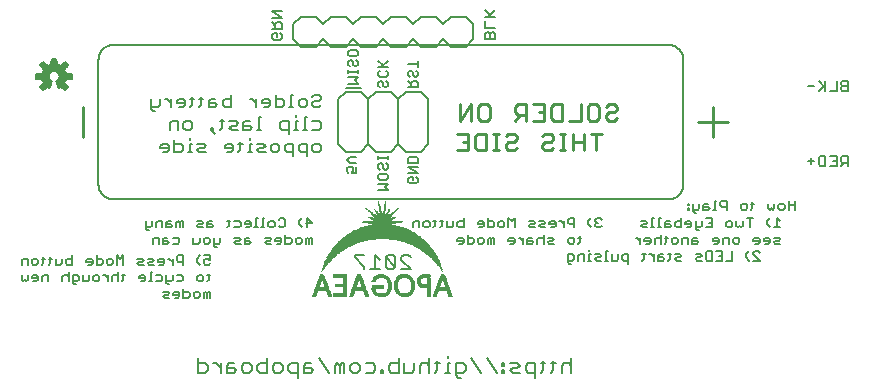
<source format=gbo>
G75*
%MOIN*%
%OFA0B0*%
%FSLAX25Y25*%
%IPPOS*%
%LPD*%
%AMOC8*
5,1,8,0,0,1.08239X$1,22.5*
%
%ADD10R,0.00150X0.00075*%
%ADD11R,0.00075X0.00075*%
%ADD12C,0.00600*%
%ADD13C,0.00800*%
%ADD14C,0.01000*%
%ADD15C,0.00591*%
%ADD16C,0.00700*%
%ADD17R,0.00625X0.00125*%
%ADD18R,0.01375X0.00125*%
%ADD19R,0.01250X0.00125*%
%ADD20R,0.02250X0.00125*%
%ADD21R,0.02375X0.00125*%
%ADD22R,0.04375X0.00125*%
%ADD23R,0.02750X0.00125*%
%ADD24R,0.02875X0.00125*%
%ADD25R,0.03500X0.00125*%
%ADD26R,0.04000X0.00125*%
%ADD27R,0.04250X0.00125*%
%ADD28R,0.04500X0.00125*%
%ADD29R,0.04625X0.00125*%
%ADD30R,0.04750X0.00125*%
%ADD31R,0.05125X0.00125*%
%ADD32R,0.02000X0.00125*%
%ADD33R,0.01875X0.00125*%
%ADD34R,0.01125X0.00125*%
%ADD35R,0.01750X0.00125*%
%ADD36R,0.01625X0.00125*%
%ADD37R,0.01500X0.00125*%
%ADD38R,0.05000X0.00125*%
%ADD39R,0.04875X0.00125*%
%ADD40R,0.02500X0.00125*%
%ADD41R,0.03000X0.00125*%
%ADD42R,0.03375X0.00125*%
%ADD43R,0.03750X0.00125*%
%ADD44R,0.04125X0.00125*%
%ADD45R,0.02125X0.00125*%
%ADD46R,0.05250X0.00125*%
%ADD47R,0.03875X0.00125*%
%ADD48R,0.03625X0.00125*%
%ADD49R,0.03125X0.00125*%
%ADD50R,0.01000X0.00125*%
%ADD51R,0.00125X0.00125*%
%ADD52R,0.00250X0.00125*%
%ADD53R,0.00375X0.00125*%
%ADD54R,0.00500X0.00125*%
%ADD55R,0.00750X0.00125*%
%ADD56R,0.00875X0.00125*%
%ADD57R,0.02625X0.00125*%
%ADD58R,0.03250X0.00125*%
%ADD59R,0.05500X0.00125*%
%ADD60R,0.05625X0.00125*%
%ADD61R,0.05750X0.00125*%
%ADD62R,0.06125X0.00125*%
%ADD63R,0.06000X0.00125*%
%ADD64R,0.06375X0.00125*%
%ADD65R,0.06500X0.00125*%
%ADD66R,0.06750X0.00125*%
%ADD67R,0.06625X0.00125*%
%ADD68R,0.06875X0.00125*%
%ADD69R,0.07125X0.00125*%
%ADD70R,0.07250X0.00125*%
%ADD71R,0.07375X0.00125*%
%ADD72R,0.07625X0.00125*%
%ADD73R,0.07750X0.00125*%
%ADD74R,0.08125X0.00125*%
%ADD75R,0.08000X0.00125*%
%ADD76R,0.08250X0.00125*%
%ADD77R,0.08875X0.00125*%
%ADD78R,0.09000X0.00125*%
%ADD79R,0.09125X0.00125*%
%ADD80R,0.09750X0.00125*%
%ADD81R,0.10875X0.00125*%
%ADD82R,0.10750X0.00125*%
%ADD83R,0.11625X0.00125*%
%ADD84R,0.11500X0.00125*%
%ADD85R,0.26875X0.00125*%
%ADD86R,0.26625X0.00125*%
%ADD87R,0.26250X0.00125*%
%ADD88R,0.25875X0.00125*%
%ADD89R,0.25625X0.00125*%
%ADD90R,0.25250X0.00125*%
%ADD91R,0.25000X0.00125*%
%ADD92R,0.24625X0.00125*%
%ADD93R,0.24125X0.00125*%
%ADD94R,0.23875X0.00125*%
%ADD95R,0.23500X0.00125*%
%ADD96R,0.23375X0.00125*%
%ADD97R,0.22875X0.00125*%
%ADD98R,0.22250X0.00125*%
%ADD99R,0.22125X0.00125*%
%ADD100R,0.21625X0.00125*%
%ADD101R,0.21250X0.00125*%
%ADD102R,0.20875X0.00125*%
%ADD103R,0.20375X0.00125*%
%ADD104R,0.19875X0.00125*%
%ADD105R,0.19375X0.00125*%
%ADD106R,0.19125X0.00125*%
%ADD107R,0.18375X0.00125*%
%ADD108R,0.17875X0.00125*%
%ADD109R,0.17500X0.00125*%
%ADD110R,0.16625X0.00125*%
%ADD111R,0.16375X0.00125*%
%ADD112R,0.15750X0.00125*%
%ADD113R,0.14875X0.00125*%
%ADD114R,0.14375X0.00125*%
%ADD115R,0.13500X0.00125*%
%ADD116R,0.12875X0.00125*%
%ADD117R,0.12125X0.00125*%
%ADD118R,0.10375X0.00125*%
%ADD119R,0.08375X0.00125*%
%ADD120R,0.06250X0.00125*%
%ADD121R,0.05875X0.00125*%
%ADD122R,0.05375X0.00125*%
%ADD123R,0.13125X0.00125*%
%ADD124R,0.13625X0.00125*%
%ADD125R,0.07500X0.00125*%
%ADD126R,0.07875X0.00125*%
D10*
X0170563Y0135175D03*
X0170563Y0135250D03*
X0170488Y0135400D03*
X0170488Y0135475D03*
X0172737Y0135250D03*
X0172737Y0135175D03*
D11*
X0172775Y0135325D03*
X0172775Y0135400D03*
X0172775Y0135475D03*
X0172775Y0135550D03*
X0172775Y0135625D03*
X0170525Y0135325D03*
X0170450Y0135550D03*
X0170450Y0135625D03*
X0170450Y0135700D03*
D12*
X0169800Y0138608D02*
X0172903Y0138608D01*
X0171868Y0139642D01*
X0172903Y0140676D01*
X0169800Y0140676D01*
X0170317Y0142015D02*
X0169800Y0142532D01*
X0169800Y0143566D01*
X0170317Y0144083D01*
X0172386Y0144083D01*
X0172903Y0143566D01*
X0172903Y0142532D01*
X0172386Y0142015D01*
X0170317Y0142015D01*
X0170317Y0145422D02*
X0169800Y0145939D01*
X0169800Y0146973D01*
X0170317Y0147490D01*
X0170834Y0147490D01*
X0171351Y0146973D01*
X0171351Y0145939D01*
X0171868Y0145422D01*
X0172386Y0145422D01*
X0172903Y0145939D01*
X0172903Y0146973D01*
X0172386Y0147490D01*
X0172903Y0148829D02*
X0172903Y0149863D01*
X0172903Y0149346D02*
X0169800Y0149346D01*
X0169800Y0148829D02*
X0169800Y0149863D01*
X0162403Y0149762D02*
X0160334Y0149762D01*
X0159300Y0148727D01*
X0160334Y0147693D01*
X0162403Y0147693D01*
X0162403Y0146355D02*
X0162403Y0144286D01*
X0160851Y0144286D01*
X0161368Y0145320D01*
X0161368Y0145838D01*
X0160851Y0146355D01*
X0159817Y0146355D01*
X0159300Y0145838D01*
X0159300Y0144803D01*
X0159817Y0144286D01*
X0146149Y0129253D02*
X0147700Y0127701D01*
X0145632Y0127701D01*
X0146149Y0126150D02*
X0146149Y0129253D01*
X0144293Y0129253D02*
X0143259Y0128218D01*
X0143259Y0127184D01*
X0144293Y0126150D01*
X0143776Y0122668D02*
X0142742Y0122668D01*
X0142225Y0122151D01*
X0142225Y0121117D01*
X0142742Y0120600D01*
X0143776Y0120600D01*
X0144293Y0121117D01*
X0144293Y0122151D01*
X0143776Y0122668D01*
X0145632Y0122151D02*
X0145632Y0120600D01*
X0146666Y0120600D02*
X0146666Y0122151D01*
X0146149Y0122668D01*
X0145632Y0122151D01*
X0146666Y0122151D02*
X0147183Y0122668D01*
X0147700Y0122668D01*
X0147700Y0120600D01*
X0140886Y0121117D02*
X0140886Y0122151D01*
X0140369Y0122668D01*
X0138818Y0122668D01*
X0138818Y0123703D02*
X0138818Y0120600D01*
X0140369Y0120600D01*
X0140886Y0121117D01*
X0137479Y0121117D02*
X0137479Y0122151D01*
X0136962Y0122668D01*
X0135928Y0122668D01*
X0135411Y0122151D01*
X0135411Y0121634D01*
X0137479Y0121634D01*
X0137479Y0121117D02*
X0136962Y0120600D01*
X0135928Y0120600D01*
X0134072Y0120600D02*
X0132521Y0120600D01*
X0132004Y0121117D01*
X0132521Y0121634D01*
X0133555Y0121634D01*
X0134072Y0122151D01*
X0133555Y0122668D01*
X0132004Y0122668D01*
X0131801Y0126150D02*
X0130767Y0126150D01*
X0131284Y0126150D02*
X0131284Y0129253D01*
X0131801Y0129253D01*
X0133140Y0127701D02*
X0133657Y0128218D01*
X0134691Y0128218D01*
X0135208Y0127701D01*
X0135208Y0126667D01*
X0134691Y0126150D01*
X0133657Y0126150D01*
X0133140Y0126667D01*
X0133140Y0127701D01*
X0136546Y0126667D02*
X0137064Y0126150D01*
X0138098Y0126150D01*
X0138615Y0126667D01*
X0138615Y0128736D01*
X0138098Y0129253D01*
X0137064Y0129253D01*
X0136546Y0128736D01*
X0129530Y0129253D02*
X0129013Y0129253D01*
X0129013Y0126150D01*
X0129530Y0126150D02*
X0128496Y0126150D01*
X0127259Y0126667D02*
X0127259Y0127701D01*
X0126741Y0128218D01*
X0125707Y0128218D01*
X0125190Y0127701D01*
X0125190Y0127184D01*
X0127259Y0127184D01*
X0127259Y0126667D02*
X0126741Y0126150D01*
X0125707Y0126150D01*
X0123852Y0126667D02*
X0123335Y0126150D01*
X0121783Y0126150D01*
X0119928Y0126667D02*
X0119411Y0126150D01*
X0119928Y0126667D02*
X0119928Y0128736D01*
X0120445Y0128218D02*
X0119411Y0128218D01*
X0121783Y0128218D02*
X0123335Y0128218D01*
X0123852Y0127701D01*
X0123852Y0126667D01*
X0123335Y0122668D02*
X0121783Y0122668D01*
X0122300Y0121634D02*
X0123335Y0121634D01*
X0123852Y0122151D01*
X0123335Y0122668D01*
X0122300Y0121634D02*
X0121783Y0121117D01*
X0122300Y0120600D01*
X0123852Y0120600D01*
X0125190Y0120600D02*
X0126741Y0120600D01*
X0127259Y0121117D01*
X0126741Y0121634D01*
X0125190Y0121634D01*
X0125190Y0122151D02*
X0125190Y0120600D01*
X0125190Y0122151D02*
X0125707Y0122668D01*
X0126741Y0122668D01*
X0117038Y0122668D02*
X0117038Y0121117D01*
X0116521Y0120600D01*
X0114969Y0120600D01*
X0114969Y0120083D02*
X0115487Y0119566D01*
X0116004Y0119566D01*
X0114969Y0120083D02*
X0114969Y0122668D01*
X0113631Y0122151D02*
X0113631Y0121117D01*
X0113114Y0120600D01*
X0112080Y0120600D01*
X0111563Y0121117D01*
X0111563Y0122151D01*
X0112080Y0122668D01*
X0113114Y0122668D01*
X0113631Y0122151D01*
X0110224Y0122668D02*
X0110224Y0121117D01*
X0109707Y0120600D01*
X0108156Y0120600D01*
X0108156Y0122668D01*
X0109808Y0126150D02*
X0109291Y0126667D01*
X0109808Y0127184D01*
X0110843Y0127184D01*
X0111360Y0127701D01*
X0110843Y0128218D01*
X0109291Y0128218D01*
X0109808Y0126150D02*
X0111360Y0126150D01*
X0112698Y0126150D02*
X0114249Y0126150D01*
X0114767Y0126667D01*
X0114249Y0127184D01*
X0112698Y0127184D01*
X0112698Y0127701D02*
X0112698Y0126150D01*
X0112698Y0127701D02*
X0113215Y0128218D01*
X0114249Y0128218D01*
X0104546Y0128218D02*
X0104546Y0126150D01*
X0103512Y0126150D02*
X0103512Y0127701D01*
X0102995Y0128218D01*
X0102477Y0127701D01*
X0102477Y0126150D01*
X0101139Y0126667D02*
X0100622Y0127184D01*
X0099071Y0127184D01*
X0099071Y0127701D02*
X0099071Y0126150D01*
X0100622Y0126150D01*
X0101139Y0126667D01*
X0100622Y0128218D02*
X0099588Y0128218D01*
X0099071Y0127701D01*
X0097732Y0128218D02*
X0096181Y0128218D01*
X0095664Y0127701D01*
X0095664Y0126150D01*
X0094325Y0126667D02*
X0094325Y0128218D01*
X0094325Y0126667D02*
X0093808Y0126150D01*
X0092257Y0126150D01*
X0092257Y0125633D02*
X0092774Y0125116D01*
X0093291Y0125116D01*
X0092257Y0125633D02*
X0092257Y0128218D01*
X0097732Y0128218D02*
X0097732Y0126150D01*
X0098452Y0122668D02*
X0097935Y0122151D01*
X0097935Y0120600D01*
X0099486Y0120600D01*
X0100003Y0121117D01*
X0099486Y0121634D01*
X0097935Y0121634D01*
X0098452Y0122668D02*
X0099486Y0122668D01*
X0101342Y0122668D02*
X0102893Y0122668D01*
X0103410Y0122151D01*
X0103410Y0121117D01*
X0102893Y0120600D01*
X0101342Y0120600D01*
X0103064Y0116803D02*
X0102546Y0116286D01*
X0102546Y0115251D01*
X0103064Y0114734D01*
X0104615Y0114734D01*
X0104615Y0113700D02*
X0104615Y0116803D01*
X0103064Y0116803D01*
X0101208Y0115768D02*
X0101208Y0113700D01*
X0101208Y0114734D02*
X0100174Y0115768D01*
X0099657Y0115768D01*
X0098369Y0115251D02*
X0098369Y0114217D01*
X0097852Y0113700D01*
X0096818Y0113700D01*
X0096301Y0114734D02*
X0098369Y0114734D01*
X0098369Y0115251D02*
X0097852Y0115768D01*
X0096818Y0115768D01*
X0096301Y0115251D01*
X0096301Y0114734D01*
X0094962Y0115251D02*
X0094445Y0115768D01*
X0092894Y0115768D01*
X0093411Y0114734D02*
X0094445Y0114734D01*
X0094962Y0115251D01*
X0094962Y0113700D02*
X0093411Y0113700D01*
X0092894Y0114217D01*
X0093411Y0114734D01*
X0091555Y0115251D02*
X0091038Y0115768D01*
X0089487Y0115768D01*
X0090004Y0114734D02*
X0091038Y0114734D01*
X0091555Y0115251D01*
X0091555Y0113700D02*
X0090004Y0113700D01*
X0089487Y0114217D01*
X0090004Y0114734D01*
X0093877Y0111253D02*
X0093877Y0108150D01*
X0094394Y0108150D02*
X0093360Y0108150D01*
X0092123Y0108667D02*
X0092123Y0109701D01*
X0091606Y0110218D01*
X0090572Y0110218D01*
X0090055Y0109701D01*
X0090055Y0109184D01*
X0092123Y0109184D01*
X0092123Y0108667D02*
X0091606Y0108150D01*
X0090572Y0108150D01*
X0093877Y0111253D02*
X0094394Y0111253D01*
X0095733Y0110218D02*
X0097284Y0110218D01*
X0097801Y0109701D01*
X0097801Y0108667D01*
X0097284Y0108150D01*
X0095733Y0108150D01*
X0099140Y0108150D02*
X0100691Y0108150D01*
X0101208Y0108667D01*
X0101208Y0110218D01*
X0102546Y0110218D02*
X0104098Y0110218D01*
X0104615Y0109701D01*
X0104615Y0108667D01*
X0104098Y0108150D01*
X0102546Y0108150D01*
X0100174Y0107116D02*
X0099657Y0107116D01*
X0099140Y0107633D01*
X0099140Y0110218D01*
X0099555Y0104668D02*
X0098004Y0104668D01*
X0098521Y0103634D02*
X0098004Y0103117D01*
X0098521Y0102600D01*
X0100072Y0102600D01*
X0099555Y0103634D02*
X0100072Y0104151D01*
X0099555Y0104668D01*
X0099555Y0103634D02*
X0098521Y0103634D01*
X0101411Y0103634D02*
X0103479Y0103634D01*
X0103479Y0103117D02*
X0103479Y0104151D01*
X0102962Y0104668D01*
X0101928Y0104668D01*
X0101411Y0104151D01*
X0101411Y0103634D01*
X0101928Y0102600D02*
X0102962Y0102600D01*
X0103479Y0103117D01*
X0104818Y0102600D02*
X0106369Y0102600D01*
X0106886Y0103117D01*
X0106886Y0104151D01*
X0106369Y0104668D01*
X0104818Y0104668D01*
X0104818Y0105703D02*
X0104818Y0102600D01*
X0108225Y0103117D02*
X0108225Y0104151D01*
X0108742Y0104668D01*
X0109776Y0104668D01*
X0110293Y0104151D01*
X0110293Y0103117D01*
X0109776Y0102600D01*
X0108742Y0102600D01*
X0108225Y0103117D01*
X0111632Y0102600D02*
X0111632Y0104151D01*
X0112149Y0104668D01*
X0112666Y0104151D01*
X0112666Y0102600D01*
X0113700Y0102600D02*
X0113700Y0104668D01*
X0113183Y0104668D01*
X0112666Y0104151D01*
X0112666Y0108150D02*
X0113183Y0108667D01*
X0113183Y0110736D01*
X0113700Y0110218D02*
X0112666Y0110218D01*
X0111429Y0109701D02*
X0111429Y0108667D01*
X0110912Y0108150D01*
X0109877Y0108150D01*
X0109360Y0108667D01*
X0109360Y0109701D01*
X0109877Y0110218D01*
X0110912Y0110218D01*
X0111429Y0109701D01*
X0112149Y0113700D02*
X0113183Y0113700D01*
X0113700Y0114217D01*
X0113700Y0115251D02*
X0112666Y0115768D01*
X0112149Y0115768D01*
X0111632Y0115251D01*
X0111632Y0114217D01*
X0112149Y0113700D01*
X0110293Y0113700D02*
X0109259Y0114734D01*
X0109259Y0115768D01*
X0110293Y0116803D01*
X0111632Y0116803D02*
X0113700Y0116803D01*
X0113700Y0115251D01*
X0103512Y0127701D02*
X0104029Y0128218D01*
X0104546Y0128218D01*
X0096596Y0122668D02*
X0095045Y0122668D01*
X0094528Y0122151D01*
X0094528Y0120600D01*
X0096596Y0120600D02*
X0096596Y0122668D01*
X0084741Y0116803D02*
X0084741Y0113700D01*
X0082673Y0113700D02*
X0082673Y0116803D01*
X0083707Y0115768D01*
X0084741Y0116803D01*
X0081334Y0115251D02*
X0081334Y0114217D01*
X0080817Y0113700D01*
X0079783Y0113700D01*
X0079266Y0114217D01*
X0079266Y0115251D01*
X0079783Y0115768D01*
X0080817Y0115768D01*
X0081334Y0115251D01*
X0077928Y0115251D02*
X0077928Y0114217D01*
X0077410Y0113700D01*
X0075859Y0113700D01*
X0075859Y0116803D01*
X0075859Y0115768D02*
X0077410Y0115768D01*
X0077928Y0115251D01*
X0074521Y0115251D02*
X0074004Y0115768D01*
X0072969Y0115768D01*
X0072452Y0115251D01*
X0072452Y0114734D01*
X0074521Y0114734D01*
X0074521Y0114217D02*
X0074521Y0115251D01*
X0074521Y0114217D02*
X0074004Y0113700D01*
X0072969Y0113700D01*
X0073385Y0110218D02*
X0073385Y0108667D01*
X0072868Y0108150D01*
X0071317Y0108150D01*
X0071317Y0110218D01*
X0069978Y0109701D02*
X0069978Y0108667D01*
X0069461Y0108150D01*
X0067910Y0108150D01*
X0067910Y0107633D02*
X0067910Y0110218D01*
X0069461Y0110218D01*
X0069978Y0109701D01*
X0068944Y0107116D02*
X0068427Y0107116D01*
X0067910Y0107633D01*
X0066571Y0108150D02*
X0066571Y0111253D01*
X0066054Y0110218D02*
X0065020Y0110218D01*
X0064503Y0109701D01*
X0064503Y0108150D01*
X0066571Y0109701D02*
X0066054Y0110218D01*
X0066155Y0113700D02*
X0065638Y0114217D01*
X0065638Y0115251D01*
X0066155Y0115768D01*
X0067707Y0115768D01*
X0067707Y0116803D02*
X0067707Y0113700D01*
X0066155Y0113700D01*
X0064300Y0114217D02*
X0064300Y0115768D01*
X0064300Y0114217D02*
X0063783Y0113700D01*
X0062231Y0113700D01*
X0062231Y0115768D01*
X0060893Y0115768D02*
X0059859Y0115768D01*
X0060376Y0116286D02*
X0060376Y0114217D01*
X0059859Y0113700D01*
X0058105Y0114217D02*
X0057588Y0113700D01*
X0058105Y0114217D02*
X0058105Y0116286D01*
X0058622Y0115768D02*
X0057588Y0115768D01*
X0056350Y0115251D02*
X0056350Y0114217D01*
X0055833Y0113700D01*
X0054799Y0113700D01*
X0054282Y0114217D01*
X0054282Y0115251D01*
X0054799Y0115768D01*
X0055833Y0115768D01*
X0056350Y0115251D01*
X0052944Y0115768D02*
X0052944Y0113700D01*
X0052944Y0115768D02*
X0051392Y0115768D01*
X0050875Y0115251D01*
X0050875Y0113700D01*
X0050875Y0110218D02*
X0050875Y0108667D01*
X0051392Y0108150D01*
X0051909Y0108667D01*
X0052426Y0108150D01*
X0052944Y0108667D01*
X0052944Y0110218D01*
X0054282Y0109701D02*
X0054282Y0109184D01*
X0056350Y0109184D01*
X0056350Y0108667D02*
X0056350Y0109701D01*
X0055833Y0110218D01*
X0054799Y0110218D01*
X0054282Y0109701D01*
X0054799Y0108150D02*
X0055833Y0108150D01*
X0056350Y0108667D01*
X0057689Y0108150D02*
X0057689Y0109701D01*
X0058206Y0110218D01*
X0059757Y0110218D01*
X0059757Y0108150D01*
X0074723Y0108667D02*
X0074723Y0109701D01*
X0075241Y0110218D01*
X0076275Y0110218D01*
X0076792Y0109701D01*
X0076792Y0108667D01*
X0076275Y0108150D01*
X0075241Y0108150D01*
X0074723Y0108667D01*
X0078080Y0110218D02*
X0078597Y0110218D01*
X0079631Y0109184D01*
X0079631Y0108150D02*
X0079631Y0110218D01*
X0080969Y0109701D02*
X0080969Y0108150D01*
X0080969Y0109701D02*
X0081487Y0110218D01*
X0082521Y0110218D01*
X0083038Y0109701D01*
X0084275Y0110218D02*
X0085309Y0110218D01*
X0084792Y0110736D02*
X0084792Y0108667D01*
X0084275Y0108150D01*
X0083038Y0108150D02*
X0083038Y0111253D01*
X0159800Y0174108D02*
X0162903Y0174108D01*
X0161868Y0175142D01*
X0162903Y0176176D01*
X0159800Y0176176D01*
X0159800Y0177515D02*
X0159800Y0178549D01*
X0159800Y0178032D02*
X0162903Y0178032D01*
X0162903Y0177515D02*
X0162903Y0178549D01*
X0162386Y0179786D02*
X0161868Y0179786D01*
X0161351Y0180303D01*
X0161351Y0181337D01*
X0160834Y0181855D01*
X0160317Y0181855D01*
X0159800Y0181337D01*
X0159800Y0180303D01*
X0160317Y0179786D01*
X0162386Y0179786D02*
X0162903Y0180303D01*
X0162903Y0181337D01*
X0162386Y0181855D01*
X0162386Y0183193D02*
X0160317Y0183193D01*
X0159800Y0183710D01*
X0159800Y0184744D01*
X0160317Y0185262D01*
X0162386Y0185262D01*
X0162903Y0184744D01*
X0162903Y0183710D01*
X0162386Y0183193D01*
X0169800Y0181762D02*
X0171351Y0180210D01*
X0170834Y0179693D02*
X0172903Y0181762D01*
X0172903Y0179693D02*
X0169800Y0179693D01*
X0170317Y0178355D02*
X0169800Y0177837D01*
X0169800Y0176803D01*
X0170317Y0176286D01*
X0172386Y0176286D01*
X0172903Y0176803D01*
X0172903Y0177837D01*
X0172386Y0178355D01*
X0172386Y0174948D02*
X0172903Y0174431D01*
X0172903Y0173396D01*
X0172386Y0172879D01*
X0171868Y0172879D01*
X0171351Y0173396D01*
X0171351Y0174431D01*
X0170834Y0174948D01*
X0170317Y0174948D01*
X0169800Y0174431D01*
X0169800Y0173396D01*
X0170317Y0172879D01*
X0179800Y0172879D02*
X0182903Y0172879D01*
X0182903Y0174431D01*
X0182386Y0174948D01*
X0181351Y0174948D01*
X0180834Y0174431D01*
X0180834Y0172879D01*
X0180834Y0173913D02*
X0179800Y0174948D01*
X0180317Y0176286D02*
X0179800Y0176803D01*
X0179800Y0177837D01*
X0180317Y0178355D01*
X0180834Y0178355D01*
X0181351Y0177837D01*
X0181351Y0176803D01*
X0181868Y0176286D01*
X0182386Y0176286D01*
X0182903Y0176803D01*
X0182903Y0177837D01*
X0182386Y0178355D01*
X0182903Y0179693D02*
X0182903Y0181762D01*
X0182903Y0180727D02*
X0179800Y0180727D01*
X0205300Y0189051D02*
X0205300Y0190752D01*
X0205867Y0191319D01*
X0206434Y0191319D01*
X0207001Y0190752D01*
X0207001Y0189051D01*
X0205300Y0189051D02*
X0208703Y0189051D01*
X0208703Y0190752D01*
X0208136Y0191319D01*
X0207569Y0191319D01*
X0207001Y0190752D01*
X0205300Y0192734D02*
X0205300Y0195002D01*
X0205300Y0196417D02*
X0208703Y0196417D01*
X0207001Y0196984D02*
X0205300Y0198685D01*
X0206434Y0196417D02*
X0208703Y0198685D01*
X0208703Y0192734D02*
X0205300Y0192734D01*
X0182386Y0149762D02*
X0180317Y0149762D01*
X0179800Y0149244D01*
X0179800Y0147693D01*
X0182903Y0147693D01*
X0182903Y0149244D01*
X0182386Y0149762D01*
X0182903Y0146355D02*
X0179800Y0146355D01*
X0182903Y0144286D01*
X0179800Y0144286D01*
X0180317Y0142948D02*
X0181351Y0142948D01*
X0181351Y0141913D01*
X0180317Y0140879D02*
X0179800Y0141396D01*
X0179800Y0142431D01*
X0180317Y0142948D01*
X0182386Y0142948D02*
X0182903Y0142431D01*
X0182903Y0141396D01*
X0182386Y0140879D01*
X0180317Y0140879D01*
X0181892Y0128218D02*
X0181375Y0127701D01*
X0181375Y0126150D01*
X0183444Y0126150D02*
X0183444Y0128218D01*
X0181892Y0128218D01*
X0184782Y0127701D02*
X0185299Y0128218D01*
X0186333Y0128218D01*
X0186850Y0127701D01*
X0186850Y0126667D01*
X0186333Y0126150D01*
X0185299Y0126150D01*
X0184782Y0126667D01*
X0184782Y0127701D01*
X0188088Y0128218D02*
X0189122Y0128218D01*
X0188605Y0128736D02*
X0188605Y0126667D01*
X0188088Y0126150D01*
X0190359Y0126150D02*
X0190876Y0126667D01*
X0190876Y0128736D01*
X0191393Y0128218D02*
X0190359Y0128218D01*
X0192731Y0128218D02*
X0192731Y0126150D01*
X0194283Y0126150D01*
X0194800Y0126667D01*
X0194800Y0128218D01*
X0196138Y0127701D02*
X0196655Y0128218D01*
X0198207Y0128218D01*
X0198207Y0129253D02*
X0198207Y0126150D01*
X0196655Y0126150D01*
X0196138Y0126667D01*
X0196138Y0127701D01*
X0196655Y0122668D02*
X0196138Y0122151D01*
X0196138Y0121634D01*
X0198207Y0121634D01*
X0198207Y0121117D02*
X0198207Y0122151D01*
X0197690Y0122668D01*
X0196655Y0122668D01*
X0196655Y0120600D02*
X0197690Y0120600D01*
X0198207Y0121117D01*
X0199545Y0120600D02*
X0201097Y0120600D01*
X0201614Y0121117D01*
X0201614Y0122151D01*
X0201097Y0122668D01*
X0199545Y0122668D01*
X0199545Y0123703D02*
X0199545Y0120600D01*
X0202952Y0121117D02*
X0202952Y0122151D01*
X0203469Y0122668D01*
X0204504Y0122668D01*
X0205021Y0122151D01*
X0205021Y0121117D01*
X0204504Y0120600D01*
X0203469Y0120600D01*
X0202952Y0121117D01*
X0206359Y0120600D02*
X0206359Y0122151D01*
X0206876Y0122668D01*
X0207393Y0122151D01*
X0207393Y0120600D01*
X0208428Y0120600D02*
X0208428Y0122668D01*
X0207910Y0122668D01*
X0207393Y0122151D01*
X0207910Y0126150D02*
X0208428Y0126667D01*
X0208428Y0127701D01*
X0207910Y0128218D01*
X0206359Y0128218D01*
X0206359Y0129253D02*
X0206359Y0126150D01*
X0207910Y0126150D01*
X0209766Y0126667D02*
X0209766Y0127701D01*
X0210283Y0128218D01*
X0211317Y0128218D01*
X0211834Y0127701D01*
X0211834Y0126667D01*
X0211317Y0126150D01*
X0210283Y0126150D01*
X0209766Y0126667D01*
X0213173Y0126150D02*
X0213173Y0129253D01*
X0214207Y0128218D01*
X0215241Y0129253D01*
X0215241Y0126150D01*
X0214724Y0122668D02*
X0213690Y0122668D01*
X0213173Y0122151D01*
X0213173Y0121634D01*
X0215241Y0121634D01*
X0215241Y0121117D02*
X0215241Y0122151D01*
X0214724Y0122668D01*
X0215241Y0121117D02*
X0214724Y0120600D01*
X0213690Y0120600D01*
X0216529Y0122668D02*
X0217046Y0122668D01*
X0218080Y0121634D01*
X0218080Y0120600D02*
X0218080Y0122668D01*
X0219419Y0122151D02*
X0219419Y0120600D01*
X0220970Y0120600D01*
X0221487Y0121117D01*
X0220970Y0121634D01*
X0219419Y0121634D01*
X0219419Y0122151D02*
X0219936Y0122668D01*
X0220970Y0122668D01*
X0222826Y0122151D02*
X0222826Y0120600D01*
X0222826Y0122151D02*
X0223343Y0122668D01*
X0224377Y0122668D01*
X0224894Y0122151D01*
X0226233Y0122668D02*
X0227784Y0122668D01*
X0228301Y0122151D01*
X0227784Y0121634D01*
X0226750Y0121634D01*
X0226233Y0121117D01*
X0226750Y0120600D01*
X0228301Y0120600D01*
X0224894Y0120600D02*
X0224894Y0123703D01*
X0225462Y0126150D02*
X0223911Y0126150D01*
X0223394Y0126667D01*
X0223911Y0127184D01*
X0224945Y0127184D01*
X0225462Y0127701D01*
X0224945Y0128218D01*
X0223394Y0128218D01*
X0222055Y0127701D02*
X0221538Y0127184D01*
X0220504Y0127184D01*
X0219987Y0126667D01*
X0220504Y0126150D01*
X0222055Y0126150D01*
X0222055Y0127701D02*
X0221538Y0128218D01*
X0219987Y0128218D01*
X0226801Y0127701D02*
X0226801Y0127184D01*
X0228869Y0127184D01*
X0228869Y0126667D02*
X0228869Y0127701D01*
X0228352Y0128218D01*
X0227318Y0128218D01*
X0226801Y0127701D01*
X0227318Y0126150D02*
X0228352Y0126150D01*
X0228869Y0126667D01*
X0230157Y0128218D02*
X0230674Y0128218D01*
X0231708Y0127184D01*
X0231708Y0126150D02*
X0231708Y0128218D01*
X0233046Y0128736D02*
X0233046Y0127701D01*
X0233564Y0127184D01*
X0235115Y0127184D01*
X0235115Y0126150D02*
X0235115Y0129253D01*
X0233564Y0129253D01*
X0233046Y0128736D01*
X0233564Y0122668D02*
X0234598Y0122668D01*
X0235115Y0122151D01*
X0235115Y0121117D01*
X0234598Y0120600D01*
X0233564Y0120600D01*
X0233046Y0121117D01*
X0233046Y0122151D01*
X0233564Y0122668D01*
X0236352Y0122668D02*
X0237386Y0122668D01*
X0236869Y0123186D02*
X0236869Y0121117D01*
X0236352Y0120600D01*
X0236850Y0117168D02*
X0236333Y0116651D01*
X0236333Y0115100D01*
X0234994Y0115617D02*
X0234477Y0115100D01*
X0232926Y0115100D01*
X0232926Y0114583D02*
X0232926Y0117168D01*
X0234477Y0117168D01*
X0234994Y0116651D01*
X0234994Y0115617D01*
X0233960Y0114066D02*
X0233443Y0114066D01*
X0232926Y0114583D01*
X0236850Y0117168D02*
X0238401Y0117168D01*
X0238401Y0115100D01*
X0239638Y0115100D02*
X0240672Y0115100D01*
X0240155Y0115100D02*
X0240155Y0117168D01*
X0240672Y0117168D01*
X0240155Y0118203D02*
X0240155Y0118720D01*
X0242011Y0117168D02*
X0243562Y0117168D01*
X0244079Y0116651D01*
X0243562Y0116134D01*
X0242528Y0116134D01*
X0242011Y0115617D01*
X0242528Y0115100D01*
X0244079Y0115100D01*
X0245316Y0115100D02*
X0246350Y0115100D01*
X0245833Y0115100D02*
X0245833Y0118203D01*
X0246350Y0118203D01*
X0247689Y0117168D02*
X0247689Y0115100D01*
X0249240Y0115100D01*
X0249757Y0115617D01*
X0249757Y0117168D01*
X0251096Y0116651D02*
X0251096Y0115617D01*
X0251613Y0115100D01*
X0253164Y0115100D01*
X0253164Y0114066D02*
X0253164Y0117168D01*
X0251613Y0117168D01*
X0251096Y0116651D01*
X0257808Y0117168D02*
X0258842Y0117168D01*
X0258325Y0117686D02*
X0258325Y0115617D01*
X0257808Y0115100D01*
X0260130Y0117168D02*
X0260647Y0117168D01*
X0261682Y0116134D01*
X0261682Y0115100D02*
X0261682Y0117168D01*
X0263020Y0116651D02*
X0263020Y0115100D01*
X0264571Y0115100D01*
X0265088Y0115617D01*
X0264571Y0116134D01*
X0263020Y0116134D01*
X0263020Y0116651D02*
X0263537Y0117168D01*
X0264571Y0117168D01*
X0266325Y0117168D02*
X0267360Y0117168D01*
X0266843Y0117686D02*
X0266843Y0115617D01*
X0266325Y0115100D01*
X0268698Y0115617D02*
X0269215Y0116134D01*
X0270250Y0116134D01*
X0270767Y0116651D01*
X0270250Y0117168D01*
X0268698Y0117168D01*
X0268698Y0115617D02*
X0269215Y0115100D01*
X0270767Y0115100D01*
X0270969Y0120650D02*
X0270969Y0122201D01*
X0271487Y0122718D01*
X0273038Y0122718D01*
X0273038Y0120650D01*
X0274376Y0120650D02*
X0275928Y0120650D01*
X0276445Y0121167D01*
X0275928Y0121684D01*
X0274376Y0121684D01*
X0274376Y0122201D02*
X0274376Y0120650D01*
X0274376Y0122201D02*
X0274893Y0122718D01*
X0275928Y0122718D01*
X0276029Y0125166D02*
X0276546Y0125166D01*
X0276029Y0125166D02*
X0275512Y0125683D01*
X0275512Y0128268D01*
X0274174Y0127751D02*
X0273656Y0128268D01*
X0272622Y0128268D01*
X0272105Y0127751D01*
X0272105Y0127234D01*
X0274174Y0127234D01*
X0274174Y0126717D02*
X0274174Y0127751D01*
X0274174Y0126717D02*
X0273656Y0126200D01*
X0272622Y0126200D01*
X0270767Y0126200D02*
X0270767Y0129303D01*
X0270767Y0128268D02*
X0269215Y0128268D01*
X0268698Y0127751D01*
X0268698Y0126717D01*
X0269215Y0126200D01*
X0270767Y0126200D01*
X0267360Y0126717D02*
X0266843Y0127234D01*
X0265291Y0127234D01*
X0265291Y0127751D02*
X0265291Y0126200D01*
X0266843Y0126200D01*
X0267360Y0126717D01*
X0266843Y0128268D02*
X0265808Y0128268D01*
X0265291Y0127751D01*
X0263953Y0126200D02*
X0262919Y0126200D01*
X0263436Y0126200D02*
X0263436Y0129303D01*
X0263953Y0129303D01*
X0261682Y0129303D02*
X0261164Y0129303D01*
X0261164Y0126200D01*
X0260647Y0126200D02*
X0261682Y0126200D01*
X0259410Y0126200D02*
X0257859Y0126200D01*
X0257342Y0126717D01*
X0257859Y0127234D01*
X0258893Y0127234D01*
X0259410Y0127751D01*
X0258893Y0128268D01*
X0257342Y0128268D01*
X0257139Y0122718D02*
X0257139Y0120650D01*
X0257139Y0121684D02*
X0256105Y0122718D01*
X0255588Y0122718D01*
X0258477Y0122201D02*
X0258477Y0121684D01*
X0260546Y0121684D01*
X0260546Y0121167D02*
X0260546Y0122201D01*
X0260029Y0122718D01*
X0258995Y0122718D01*
X0258477Y0122201D01*
X0258995Y0120650D02*
X0260029Y0120650D01*
X0260546Y0121167D01*
X0261884Y0120650D02*
X0261884Y0122201D01*
X0262401Y0122718D01*
X0263436Y0122718D01*
X0263953Y0122201D01*
X0265190Y0122718D02*
X0266224Y0122718D01*
X0265707Y0123236D02*
X0265707Y0121167D01*
X0265190Y0120650D01*
X0263953Y0120650D02*
X0263953Y0123753D01*
X0267563Y0122201D02*
X0267563Y0121167D01*
X0268080Y0120650D01*
X0269114Y0120650D01*
X0269631Y0121167D01*
X0269631Y0122201D01*
X0269114Y0122718D01*
X0268080Y0122718D01*
X0267563Y0122201D01*
X0275512Y0126200D02*
X0277063Y0126200D01*
X0277580Y0126717D01*
X0277580Y0128268D01*
X0278919Y0129303D02*
X0280987Y0129303D01*
X0280987Y0126200D01*
X0278919Y0126200D01*
X0279953Y0127751D02*
X0280987Y0127751D01*
X0285733Y0127751D02*
X0286250Y0128268D01*
X0287284Y0128268D01*
X0287801Y0127751D01*
X0287801Y0126717D01*
X0287284Y0126200D01*
X0286250Y0126200D01*
X0285733Y0126717D01*
X0285733Y0127751D01*
X0289140Y0128268D02*
X0289140Y0126717D01*
X0289657Y0126200D01*
X0290174Y0126717D01*
X0290691Y0126200D01*
X0291208Y0126717D01*
X0291208Y0128268D01*
X0292546Y0129303D02*
X0294615Y0129303D01*
X0293581Y0129303D02*
X0293581Y0126200D01*
X0295335Y0122718D02*
X0294818Y0122201D01*
X0294818Y0121684D01*
X0296886Y0121684D01*
X0296886Y0121167D02*
X0296886Y0122201D01*
X0296369Y0122718D01*
X0295335Y0122718D01*
X0295335Y0120650D02*
X0296369Y0120650D01*
X0296886Y0121167D01*
X0298225Y0121684D02*
X0300293Y0121684D01*
X0300293Y0121167D02*
X0300293Y0122201D01*
X0299776Y0122718D01*
X0298742Y0122718D01*
X0298225Y0122201D01*
X0298225Y0121684D01*
X0298742Y0120650D02*
X0299776Y0120650D01*
X0300293Y0121167D01*
X0301632Y0121167D02*
X0302149Y0121684D01*
X0303183Y0121684D01*
X0303700Y0122201D01*
X0303183Y0122718D01*
X0301632Y0122718D01*
X0301632Y0121167D02*
X0302149Y0120650D01*
X0303700Y0120650D01*
X0296886Y0117686D02*
X0296369Y0118203D01*
X0295335Y0118203D01*
X0294818Y0117686D01*
X0294818Y0117168D01*
X0296886Y0115100D01*
X0294818Y0115100D01*
X0293479Y0115100D02*
X0292445Y0116134D01*
X0292445Y0117168D01*
X0293479Y0118203D01*
X0290072Y0121167D02*
X0290072Y0122201D01*
X0289555Y0122718D01*
X0288521Y0122718D01*
X0288004Y0122201D01*
X0288004Y0121167D01*
X0288521Y0120650D01*
X0289555Y0120650D01*
X0290072Y0121167D01*
X0286665Y0120650D02*
X0286665Y0122718D01*
X0285114Y0122718D01*
X0284597Y0122201D01*
X0284597Y0120650D01*
X0283259Y0121167D02*
X0283259Y0122201D01*
X0282741Y0122718D01*
X0281707Y0122718D01*
X0281190Y0122201D01*
X0281190Y0121684D01*
X0283259Y0121684D01*
X0283259Y0121167D02*
X0282741Y0120650D01*
X0281707Y0120650D01*
X0282326Y0118203D02*
X0284394Y0118203D01*
X0284394Y0115100D01*
X0282326Y0115100D01*
X0280987Y0115100D02*
X0279436Y0115100D01*
X0278919Y0115617D01*
X0278919Y0117686D01*
X0279436Y0118203D01*
X0280987Y0118203D01*
X0280987Y0115100D01*
X0283360Y0116651D02*
X0284394Y0116651D01*
X0285733Y0115100D02*
X0287801Y0115100D01*
X0287801Y0118203D01*
X0299259Y0127234D02*
X0299259Y0128268D01*
X0300293Y0129303D01*
X0299259Y0127234D02*
X0300293Y0126200D01*
X0301632Y0126200D02*
X0303700Y0126200D01*
X0302666Y0126200D02*
X0302666Y0129303D01*
X0303700Y0128268D01*
X0303642Y0132000D02*
X0303125Y0132517D01*
X0303125Y0133551D01*
X0303642Y0134068D01*
X0304676Y0134068D01*
X0305193Y0133551D01*
X0305193Y0132517D01*
X0304676Y0132000D01*
X0303642Y0132000D01*
X0301786Y0132517D02*
X0301269Y0132000D01*
X0300752Y0132517D01*
X0300235Y0132000D01*
X0299718Y0132517D01*
X0299718Y0134068D01*
X0301786Y0134068D02*
X0301786Y0132517D01*
X0306532Y0132000D02*
X0306532Y0135103D01*
X0306532Y0133551D02*
X0308600Y0133551D01*
X0308600Y0132000D02*
X0308600Y0135103D01*
X0314016Y0147167D02*
X0314016Y0149436D01*
X0312882Y0148301D02*
X0315151Y0148301D01*
X0316565Y0147167D02*
X0316565Y0149436D01*
X0317132Y0150003D01*
X0318834Y0150003D01*
X0318834Y0146600D01*
X0317132Y0146600D01*
X0316565Y0147167D01*
X0320248Y0146600D02*
X0322517Y0146600D01*
X0322517Y0150003D01*
X0320248Y0150003D01*
X0321383Y0148301D02*
X0322517Y0148301D01*
X0323931Y0148301D02*
X0324499Y0147734D01*
X0326200Y0147734D01*
X0326200Y0146600D02*
X0326200Y0150003D01*
X0324499Y0150003D01*
X0323931Y0149436D01*
X0323931Y0148301D01*
X0325066Y0147734D02*
X0323931Y0146600D01*
X0324499Y0171600D02*
X0326200Y0171600D01*
X0326200Y0175003D01*
X0324499Y0175003D01*
X0323931Y0174436D01*
X0323931Y0173869D01*
X0324499Y0173301D01*
X0326200Y0173301D01*
X0324499Y0173301D02*
X0323931Y0172734D01*
X0323931Y0172167D01*
X0324499Y0171600D01*
X0322517Y0171600D02*
X0322517Y0175003D01*
X0322517Y0171600D02*
X0320248Y0171600D01*
X0318834Y0171600D02*
X0318834Y0175003D01*
X0318267Y0173301D02*
X0316565Y0171600D01*
X0315151Y0173301D02*
X0312882Y0173301D01*
X0316565Y0175003D02*
X0318834Y0172734D01*
X0285887Y0135103D02*
X0284336Y0135103D01*
X0283819Y0134586D01*
X0283819Y0133551D01*
X0284336Y0133034D01*
X0285887Y0133034D01*
X0285887Y0132000D02*
X0285887Y0135103D01*
X0282480Y0135103D02*
X0281963Y0135103D01*
X0281963Y0132000D01*
X0282480Y0132000D02*
X0281446Y0132000D01*
X0280209Y0132517D02*
X0279692Y0133034D01*
X0278141Y0133034D01*
X0278141Y0133551D02*
X0278141Y0132000D01*
X0279692Y0132000D01*
X0280209Y0132517D01*
X0279692Y0134068D02*
X0278658Y0134068D01*
X0278141Y0133551D01*
X0276802Y0134068D02*
X0276802Y0132517D01*
X0276285Y0132000D01*
X0274734Y0132000D01*
X0274734Y0131483D02*
X0275251Y0130966D01*
X0275768Y0130966D01*
X0274734Y0131483D02*
X0274734Y0134068D01*
X0273395Y0134068D02*
X0273395Y0133551D01*
X0272878Y0133551D01*
X0272878Y0134068D01*
X0273395Y0134068D01*
X0273395Y0132517D02*
X0273395Y0132000D01*
X0272878Y0132000D01*
X0272878Y0132517D01*
X0273395Y0132517D01*
X0290633Y0132517D02*
X0290633Y0133551D01*
X0291150Y0134068D01*
X0292184Y0134068D01*
X0292701Y0133551D01*
X0292701Y0132517D01*
X0292184Y0132000D01*
X0291150Y0132000D01*
X0290633Y0132517D01*
X0293938Y0132000D02*
X0294455Y0132517D01*
X0294455Y0134586D01*
X0294972Y0134068D02*
X0293938Y0134068D01*
X0277063Y0117168D02*
X0275512Y0117168D01*
X0276029Y0116134D02*
X0277063Y0116134D01*
X0277580Y0116651D01*
X0277063Y0117168D01*
X0276029Y0116134D02*
X0275512Y0115617D01*
X0276029Y0115100D01*
X0277580Y0115100D01*
X0244200Y0126667D02*
X0243683Y0126150D01*
X0242649Y0126150D01*
X0242132Y0126667D01*
X0242132Y0127184D01*
X0242649Y0127701D01*
X0243166Y0127701D01*
X0242649Y0127701D02*
X0242132Y0128218D01*
X0242132Y0128736D01*
X0242649Y0129253D01*
X0243683Y0129253D01*
X0244200Y0128736D01*
X0240793Y0129253D02*
X0239759Y0128218D01*
X0239759Y0127184D01*
X0240793Y0126150D01*
X0205021Y0126667D02*
X0205021Y0127701D01*
X0204504Y0128218D01*
X0203469Y0128218D01*
X0202952Y0127701D01*
X0202952Y0127184D01*
X0205021Y0127184D01*
X0205021Y0126667D02*
X0204504Y0126150D01*
X0203469Y0126150D01*
X0137703Y0189118D02*
X0137136Y0188551D01*
X0134867Y0188551D01*
X0134300Y0189118D01*
X0134300Y0190252D01*
X0134867Y0190819D01*
X0136001Y0190819D01*
X0136001Y0189685D01*
X0137136Y0190819D02*
X0137703Y0190252D01*
X0137703Y0189118D01*
X0137703Y0192234D02*
X0134300Y0192234D01*
X0135434Y0192234D02*
X0135434Y0193935D01*
X0136001Y0194502D01*
X0137136Y0194502D01*
X0137703Y0193935D01*
X0137703Y0192234D01*
X0135434Y0193368D02*
X0134300Y0194502D01*
X0134300Y0195917D02*
X0137703Y0195917D01*
X0134300Y0198185D01*
X0137703Y0198185D01*
D13*
X0112124Y0077700D02*
X0109722Y0077700D01*
X0109722Y0082504D01*
X0109722Y0080903D02*
X0112124Y0080903D01*
X0112925Y0080102D01*
X0112925Y0078501D01*
X0112124Y0077700D01*
X0114820Y0080903D02*
X0115620Y0080903D01*
X0117222Y0079301D01*
X0117222Y0077700D02*
X0117222Y0080903D01*
X0119175Y0080102D02*
X0119175Y0077700D01*
X0121577Y0077700D01*
X0122378Y0078501D01*
X0121577Y0079301D01*
X0119175Y0079301D01*
X0119175Y0080102D02*
X0119976Y0080903D01*
X0121577Y0080903D01*
X0124332Y0080102D02*
X0125132Y0080903D01*
X0126734Y0080903D01*
X0127534Y0080102D01*
X0127534Y0078501D01*
X0126734Y0077700D01*
X0125132Y0077700D01*
X0124332Y0078501D01*
X0124332Y0080102D01*
X0129488Y0080102D02*
X0130289Y0080903D01*
X0132691Y0080903D01*
X0132691Y0082504D02*
X0132691Y0077700D01*
X0130289Y0077700D01*
X0129488Y0078501D01*
X0129488Y0080102D01*
X0134645Y0080102D02*
X0135445Y0080903D01*
X0137047Y0080903D01*
X0137847Y0080102D01*
X0137847Y0078501D01*
X0137047Y0077700D01*
X0135445Y0077700D01*
X0134645Y0078501D01*
X0134645Y0080102D01*
X0139801Y0080102D02*
X0139801Y0078501D01*
X0140602Y0077700D01*
X0143004Y0077700D01*
X0143004Y0076099D02*
X0143004Y0080903D01*
X0140602Y0080903D01*
X0139801Y0080102D01*
X0144957Y0080102D02*
X0145758Y0080903D01*
X0147359Y0080903D01*
X0147359Y0079301D02*
X0144957Y0079301D01*
X0144957Y0080102D02*
X0144957Y0077700D01*
X0147359Y0077700D01*
X0148160Y0078501D01*
X0147359Y0079301D01*
X0150114Y0082504D02*
X0153316Y0077700D01*
X0155270Y0077700D02*
X0155270Y0080102D01*
X0156071Y0080903D01*
X0156871Y0080102D01*
X0156871Y0077700D01*
X0158473Y0077700D02*
X0158473Y0080903D01*
X0157672Y0080903D01*
X0156871Y0080102D01*
X0160427Y0080102D02*
X0161227Y0080903D01*
X0162829Y0080903D01*
X0163629Y0080102D01*
X0163629Y0078501D01*
X0162829Y0077700D01*
X0161227Y0077700D01*
X0160427Y0078501D01*
X0160427Y0080102D01*
X0165583Y0080903D02*
X0167985Y0080903D01*
X0168786Y0080102D01*
X0168786Y0078501D01*
X0167985Y0077700D01*
X0165583Y0077700D01*
X0170563Y0077700D02*
X0171364Y0077700D01*
X0171364Y0078501D01*
X0170563Y0078501D01*
X0170563Y0077700D01*
X0173317Y0078501D02*
X0173317Y0080102D01*
X0174118Y0080903D01*
X0176520Y0080903D01*
X0176520Y0082504D02*
X0176520Y0077700D01*
X0174118Y0077700D01*
X0173317Y0078501D01*
X0178474Y0077700D02*
X0178474Y0080903D01*
X0181677Y0080903D02*
X0181677Y0078501D01*
X0180876Y0077700D01*
X0178474Y0077700D01*
X0183630Y0077700D02*
X0183630Y0080102D01*
X0184431Y0080903D01*
X0186032Y0080903D01*
X0186833Y0080102D01*
X0188669Y0080903D02*
X0190271Y0080903D01*
X0189470Y0081703D02*
X0189470Y0078501D01*
X0188669Y0077700D01*
X0186833Y0077700D02*
X0186833Y0082504D01*
X0192107Y0077700D02*
X0193708Y0077700D01*
X0192908Y0077700D02*
X0192908Y0080903D01*
X0193708Y0080903D01*
X0192908Y0082504D02*
X0192908Y0083305D01*
X0195662Y0080903D02*
X0198064Y0080903D01*
X0198865Y0080102D01*
X0198865Y0078501D01*
X0198064Y0077700D01*
X0195662Y0077700D01*
X0195662Y0076899D02*
X0195662Y0080903D01*
X0200818Y0082504D02*
X0204021Y0077700D01*
X0209177Y0077700D02*
X0205975Y0082504D01*
X0210955Y0080903D02*
X0210955Y0080102D01*
X0211756Y0080102D01*
X0211756Y0080903D01*
X0210955Y0080903D01*
X0210955Y0078501D02*
X0210955Y0077700D01*
X0211756Y0077700D01*
X0211756Y0078501D01*
X0210955Y0078501D01*
X0213709Y0078501D02*
X0214510Y0079301D01*
X0216111Y0079301D01*
X0216912Y0080102D01*
X0216111Y0080903D01*
X0213709Y0080903D01*
X0213709Y0078501D02*
X0214510Y0077700D01*
X0216912Y0077700D01*
X0218866Y0078501D02*
X0219666Y0077700D01*
X0222068Y0077700D01*
X0222068Y0076099D02*
X0222068Y0080903D01*
X0219666Y0080903D01*
X0218866Y0080102D01*
X0218866Y0078501D01*
X0223905Y0077700D02*
X0224705Y0078501D01*
X0224705Y0081703D01*
X0223905Y0080903D02*
X0225506Y0080903D01*
X0227342Y0080903D02*
X0228944Y0080903D01*
X0228143Y0081703D02*
X0228143Y0078501D01*
X0227342Y0077700D01*
X0230897Y0077700D02*
X0230897Y0080102D01*
X0231698Y0080903D01*
X0233299Y0080903D01*
X0234100Y0080102D01*
X0234100Y0082504D02*
X0234100Y0077700D01*
X0197263Y0076099D02*
X0196463Y0076099D01*
X0195662Y0076899D01*
X0180600Y0112200D02*
X0177397Y0112200D01*
X0175444Y0113001D02*
X0175444Y0116203D01*
X0174643Y0117004D01*
X0173042Y0117004D01*
X0172241Y0116203D01*
X0175444Y0113001D01*
X0174643Y0112200D01*
X0173042Y0112200D01*
X0172241Y0113001D01*
X0172241Y0116203D01*
X0170287Y0115403D02*
X0168686Y0117004D01*
X0168686Y0112200D01*
X0170287Y0112200D02*
X0167084Y0112200D01*
X0165131Y0112200D02*
X0165131Y0113001D01*
X0161928Y0116203D01*
X0161928Y0117004D01*
X0165131Y0117004D01*
X0177397Y0116203D02*
X0178198Y0117004D01*
X0179799Y0117004D01*
X0180600Y0116203D01*
X0177397Y0116203D02*
X0177397Y0115403D01*
X0180600Y0112200D01*
X0179000Y0151300D02*
X0184000Y0151300D01*
X0186500Y0153800D01*
X0186500Y0168800D01*
X0184000Y0171300D01*
X0179000Y0171300D01*
X0176500Y0168800D01*
X0176500Y0153800D01*
X0179000Y0151300D01*
X0176500Y0153800D02*
X0174000Y0151300D01*
X0169000Y0151300D01*
X0166500Y0153800D01*
X0166500Y0168800D01*
X0169000Y0171300D01*
X0174000Y0171300D01*
X0176500Y0168800D01*
X0166500Y0168800D02*
X0164000Y0171300D01*
X0159000Y0171300D01*
X0156500Y0168800D01*
X0156500Y0153800D01*
X0159000Y0151300D01*
X0164000Y0151300D01*
X0166500Y0153800D01*
X0150600Y0153302D02*
X0150600Y0151901D01*
X0149899Y0151200D01*
X0148498Y0151200D01*
X0147798Y0151901D01*
X0147798Y0153302D01*
X0148498Y0154002D01*
X0149899Y0154002D01*
X0150600Y0153302D01*
X0145996Y0154002D02*
X0145996Y0149799D01*
X0145996Y0151200D02*
X0143894Y0151200D01*
X0143194Y0151901D01*
X0143194Y0153302D01*
X0143894Y0154002D01*
X0145996Y0154002D01*
X0141392Y0154002D02*
X0141392Y0149799D01*
X0141392Y0151200D02*
X0139290Y0151200D01*
X0138590Y0151901D01*
X0138590Y0153302D01*
X0139290Y0154002D01*
X0141392Y0154002D01*
X0139858Y0157299D02*
X0139858Y0161502D01*
X0137756Y0161502D01*
X0137055Y0160802D01*
X0137055Y0159401D01*
X0137756Y0158700D01*
X0139858Y0158700D01*
X0141526Y0158700D02*
X0142927Y0158700D01*
X0142226Y0158700D02*
X0142226Y0161502D01*
X0142927Y0161502D01*
X0142226Y0162904D02*
X0142226Y0163604D01*
X0141392Y0166200D02*
X0139991Y0166200D01*
X0140692Y0166200D02*
X0140692Y0170404D01*
X0141392Y0170404D01*
X0143194Y0168302D02*
X0143894Y0169002D01*
X0145295Y0169002D01*
X0145996Y0168302D01*
X0145996Y0166901D01*
X0145295Y0166200D01*
X0143894Y0166200D01*
X0143194Y0166901D01*
X0143194Y0168302D01*
X0138323Y0168302D02*
X0137622Y0169002D01*
X0135520Y0169002D01*
X0135520Y0170404D02*
X0135520Y0166200D01*
X0137622Y0166200D01*
X0138323Y0166901D01*
X0138323Y0168302D01*
X0133719Y0168302D02*
X0133018Y0169002D01*
X0131617Y0169002D01*
X0130917Y0168302D01*
X0130917Y0167601D01*
X0133719Y0167601D01*
X0133719Y0166901D02*
X0133719Y0168302D01*
X0133719Y0166901D02*
X0133018Y0166200D01*
X0131617Y0166200D01*
X0129115Y0166200D02*
X0129115Y0169002D01*
X0129115Y0167601D02*
X0127714Y0169002D01*
X0127013Y0169002D01*
X0120674Y0169002D02*
X0118573Y0169002D01*
X0117872Y0168302D01*
X0117872Y0166901D01*
X0118573Y0166200D01*
X0120674Y0166200D01*
X0120674Y0170404D01*
X0115370Y0169002D02*
X0113969Y0169002D01*
X0113268Y0168302D01*
X0113268Y0166200D01*
X0115370Y0166200D01*
X0116071Y0166901D01*
X0115370Y0167601D01*
X0113268Y0167601D01*
X0111467Y0169002D02*
X0110065Y0169002D01*
X0110766Y0169703D02*
X0110766Y0166901D01*
X0110065Y0166200D01*
X0107697Y0166901D02*
X0106996Y0166200D01*
X0107697Y0166901D02*
X0107697Y0169703D01*
X0108397Y0169002D02*
X0106996Y0169002D01*
X0105328Y0168302D02*
X0104627Y0169002D01*
X0103226Y0169002D01*
X0102526Y0168302D01*
X0102526Y0167601D01*
X0105328Y0167601D01*
X0105328Y0166901D02*
X0105328Y0168302D01*
X0105328Y0166901D02*
X0104627Y0166200D01*
X0103226Y0166200D01*
X0100724Y0166200D02*
X0100724Y0169002D01*
X0100724Y0167601D02*
X0099323Y0169002D01*
X0098622Y0169002D01*
X0096888Y0169002D02*
X0096888Y0166901D01*
X0096187Y0166200D01*
X0094085Y0166200D01*
X0094085Y0165499D02*
X0094786Y0164799D01*
X0095486Y0164799D01*
X0094085Y0165499D02*
X0094085Y0169002D01*
X0100924Y0161502D02*
X0100224Y0160802D01*
X0100224Y0158700D01*
X0103026Y0158700D02*
X0103026Y0161502D01*
X0100924Y0161502D01*
X0104828Y0160802D02*
X0105528Y0161502D01*
X0106929Y0161502D01*
X0107630Y0160802D01*
X0107630Y0159401D01*
X0106929Y0158700D01*
X0105528Y0158700D01*
X0104828Y0159401D01*
X0104828Y0160802D01*
X0106929Y0156104D02*
X0106929Y0155404D01*
X0106929Y0154002D02*
X0106929Y0151200D01*
X0106229Y0151200D02*
X0107630Y0151200D01*
X0109432Y0151901D02*
X0110132Y0151200D01*
X0112234Y0151200D01*
X0111533Y0152601D02*
X0110132Y0152601D01*
X0109432Y0151901D01*
X0109432Y0154002D02*
X0111533Y0154002D01*
X0112234Y0153302D01*
X0111533Y0152601D01*
X0107630Y0154002D02*
X0106929Y0154002D01*
X0104561Y0153302D02*
X0103860Y0154002D01*
X0101758Y0154002D01*
X0101758Y0155404D02*
X0101758Y0151200D01*
X0103860Y0151200D01*
X0104561Y0151901D01*
X0104561Y0153302D01*
X0099957Y0153302D02*
X0099256Y0154002D01*
X0097855Y0154002D01*
X0097154Y0153302D01*
X0097154Y0152601D01*
X0099957Y0152601D01*
X0099957Y0151901D02*
X0099957Y0153302D01*
X0099957Y0151901D02*
X0099256Y0151200D01*
X0097855Y0151200D01*
X0113902Y0158700D02*
X0114603Y0158700D01*
X0114603Y0159401D01*
X0113902Y0159401D01*
X0113902Y0158700D01*
X0115303Y0157299D01*
X0116971Y0158700D02*
X0117672Y0159401D01*
X0117672Y0162203D01*
X0118373Y0161502D02*
X0116971Y0161502D01*
X0120174Y0161502D02*
X0122276Y0161502D01*
X0122976Y0160802D01*
X0122276Y0160101D01*
X0120875Y0160101D01*
X0120174Y0159401D01*
X0120875Y0158700D01*
X0122976Y0158700D01*
X0124778Y0158700D02*
X0126880Y0158700D01*
X0127580Y0159401D01*
X0126880Y0160101D01*
X0124778Y0160101D01*
X0124778Y0160802D02*
X0124778Y0158700D01*
X0124778Y0160802D02*
X0125479Y0161502D01*
X0126880Y0161502D01*
X0129949Y0162904D02*
X0129949Y0158700D01*
X0130650Y0158700D02*
X0129248Y0158700D01*
X0126880Y0156104D02*
X0126880Y0155404D01*
X0126880Y0154002D02*
X0126880Y0151200D01*
X0127580Y0151200D02*
X0126179Y0151200D01*
X0123811Y0151901D02*
X0123110Y0151200D01*
X0123811Y0151901D02*
X0123811Y0154703D01*
X0124511Y0154002D02*
X0123110Y0154002D01*
X0121442Y0153302D02*
X0120741Y0154002D01*
X0119340Y0154002D01*
X0118639Y0153302D01*
X0118639Y0152601D01*
X0121442Y0152601D01*
X0121442Y0151901D02*
X0121442Y0153302D01*
X0121442Y0151901D02*
X0120741Y0151200D01*
X0119340Y0151200D01*
X0126880Y0154002D02*
X0127580Y0154002D01*
X0129382Y0154002D02*
X0131484Y0154002D01*
X0132184Y0153302D01*
X0131484Y0152601D01*
X0130083Y0152601D01*
X0129382Y0151901D01*
X0130083Y0151200D01*
X0132184Y0151200D01*
X0133986Y0151901D02*
X0134686Y0151200D01*
X0136088Y0151200D01*
X0136788Y0151901D01*
X0136788Y0153302D01*
X0136088Y0154002D01*
X0134686Y0154002D01*
X0133986Y0153302D01*
X0133986Y0151901D01*
X0130650Y0162904D02*
X0129949Y0162904D01*
X0144595Y0158700D02*
X0145996Y0158700D01*
X0145295Y0158700D02*
X0145295Y0162904D01*
X0145996Y0162904D01*
X0147798Y0161502D02*
X0149899Y0161502D01*
X0150600Y0160802D01*
X0150600Y0159401D01*
X0149899Y0158700D01*
X0147798Y0158700D01*
X0148498Y0166200D02*
X0149899Y0166200D01*
X0150600Y0166901D01*
X0149899Y0168302D02*
X0148498Y0168302D01*
X0147798Y0167601D01*
X0147798Y0166901D01*
X0148498Y0166200D01*
X0149899Y0168302D02*
X0150600Y0169002D01*
X0150600Y0169703D01*
X0149899Y0170404D01*
X0148498Y0170404D01*
X0147798Y0169703D01*
X0159000Y0172619D02*
X0164000Y0172619D01*
X0164000Y0186300D02*
X0169000Y0186300D01*
X0171500Y0188800D01*
X0174000Y0186300D01*
X0179000Y0186300D01*
X0181500Y0188800D01*
X0184000Y0186300D01*
X0189000Y0186300D01*
X0191500Y0188800D01*
X0194000Y0186300D01*
X0199000Y0186300D01*
X0201500Y0188800D01*
X0201500Y0193800D01*
X0199000Y0196300D01*
X0194000Y0196300D01*
X0191500Y0193800D01*
X0189000Y0196300D01*
X0184000Y0196300D01*
X0181500Y0193800D01*
X0179000Y0196300D01*
X0174000Y0196300D01*
X0171500Y0193800D01*
X0169000Y0196300D01*
X0164000Y0196300D01*
X0161500Y0193800D01*
X0159000Y0196300D01*
X0154000Y0196300D01*
X0151500Y0193800D01*
X0149000Y0196300D01*
X0144000Y0196300D01*
X0141500Y0193800D01*
X0141500Y0188800D01*
X0144000Y0186300D01*
X0149000Y0186300D01*
X0151500Y0188800D01*
X0154000Y0186300D01*
X0159000Y0186300D01*
X0161500Y0188800D01*
X0164000Y0186300D01*
D14*
X0197032Y0167305D02*
X0197032Y0161700D01*
X0200768Y0167305D01*
X0200768Y0161700D01*
X0203109Y0162634D02*
X0203109Y0166371D01*
X0204043Y0167305D01*
X0205912Y0167305D01*
X0206846Y0166371D01*
X0206846Y0162634D01*
X0205912Y0161700D01*
X0204043Y0161700D01*
X0203109Y0162634D01*
X0203030Y0157405D02*
X0205833Y0157405D01*
X0205833Y0151800D01*
X0203030Y0151800D01*
X0202096Y0152734D01*
X0202096Y0156471D01*
X0203030Y0157405D01*
X0199756Y0157405D02*
X0199756Y0151800D01*
X0196019Y0151800D01*
X0197887Y0154602D02*
X0199756Y0154602D01*
X0199756Y0157405D02*
X0196019Y0157405D01*
X0208016Y0157405D02*
X0209884Y0157405D01*
X0208950Y0157405D02*
X0208950Y0151800D01*
X0209884Y0151800D02*
X0208016Y0151800D01*
X0212225Y0152734D02*
X0213159Y0151800D01*
X0215027Y0151800D01*
X0215961Y0152734D01*
X0215027Y0154602D02*
X0213159Y0154602D01*
X0212225Y0153668D01*
X0212225Y0152734D01*
X0215027Y0154602D02*
X0215961Y0155537D01*
X0215961Y0156471D01*
X0215027Y0157405D01*
X0213159Y0157405D01*
X0212225Y0156471D01*
X0215263Y0161700D02*
X0217132Y0163568D01*
X0216198Y0163568D02*
X0219000Y0163568D01*
X0219000Y0161700D02*
X0219000Y0167305D01*
X0216198Y0167305D01*
X0215263Y0166371D01*
X0215263Y0164502D01*
X0216198Y0163568D01*
X0221341Y0161700D02*
X0225077Y0161700D01*
X0225077Y0167305D01*
X0221341Y0167305D01*
X0223209Y0164502D02*
X0225077Y0164502D01*
X0227418Y0162634D02*
X0227418Y0166371D01*
X0228352Y0167305D01*
X0231154Y0167305D01*
X0231154Y0161700D01*
X0228352Y0161700D01*
X0227418Y0162634D01*
X0233495Y0161700D02*
X0237232Y0161700D01*
X0237232Y0167305D01*
X0239572Y0166371D02*
X0239572Y0162634D01*
X0240506Y0161700D01*
X0242375Y0161700D01*
X0243309Y0162634D01*
X0243309Y0166371D01*
X0242375Y0167305D01*
X0240506Y0167305D01*
X0239572Y0166371D01*
X0245649Y0166371D02*
X0246584Y0167305D01*
X0248452Y0167305D01*
X0249386Y0166371D01*
X0249386Y0165437D01*
X0248452Y0164502D01*
X0246584Y0164502D01*
X0245649Y0163568D01*
X0245649Y0162634D01*
X0246584Y0161700D01*
X0248452Y0161700D01*
X0249386Y0162634D01*
X0244322Y0157405D02*
X0240585Y0157405D01*
X0242453Y0157405D02*
X0242453Y0151800D01*
X0238244Y0151800D02*
X0238244Y0157405D01*
X0238244Y0154602D02*
X0234508Y0154602D01*
X0234508Y0151800D02*
X0234508Y0157405D01*
X0232167Y0157405D02*
X0230299Y0157405D01*
X0231233Y0157405D02*
X0231233Y0151800D01*
X0232167Y0151800D02*
X0230299Y0151800D01*
X0228116Y0152734D02*
X0227182Y0151800D01*
X0225313Y0151800D01*
X0224379Y0152734D01*
X0224379Y0153668D01*
X0225313Y0154602D01*
X0227182Y0154602D01*
X0228116Y0155537D01*
X0228116Y0156471D01*
X0227182Y0157405D01*
X0225313Y0157405D01*
X0224379Y0156471D01*
X0276500Y0161300D02*
X0286500Y0161300D01*
X0281500Y0156300D02*
X0281500Y0166300D01*
X0071500Y0166300D02*
X0071500Y0156300D01*
D15*
X0065336Y0171846D02*
X0063852Y0173057D01*
X0063254Y0172749D01*
X0062406Y0174795D01*
X0062785Y0175007D01*
X0063103Y0175301D01*
X0063345Y0175662D01*
X0063495Y0176069D01*
X0063546Y0176500D01*
X0063493Y0176939D01*
X0063337Y0177352D01*
X0063088Y0177717D01*
X0062759Y0178011D01*
X0062369Y0178220D01*
X0061941Y0178329D01*
X0061499Y0178334D01*
X0061069Y0178234D01*
X0060675Y0178034D01*
X0060340Y0177746D01*
X0060082Y0177387D01*
X0059918Y0176977D01*
X0059855Y0176540D01*
X0059899Y0176100D01*
X0060045Y0175684D01*
X0060286Y0175314D01*
X0060609Y0175012D01*
X0060994Y0174795D01*
X0060146Y0172749D01*
X0059548Y0173057D01*
X0058064Y0171846D01*
X0057046Y0172864D01*
X0058257Y0174348D01*
X0057949Y0174946D01*
X0057744Y0175587D01*
X0055839Y0175780D01*
X0055839Y0177220D01*
X0057744Y0177413D01*
X0057949Y0178054D01*
X0058257Y0178652D01*
X0057046Y0180136D01*
X0058064Y0181154D01*
X0059548Y0179943D01*
X0060146Y0180251D01*
X0060787Y0180456D01*
X0060980Y0182361D01*
X0062420Y0182361D01*
X0062613Y0180456D01*
X0063254Y0180251D01*
X0063852Y0179943D01*
X0065336Y0181154D01*
X0066354Y0180136D01*
X0065143Y0178652D01*
X0065451Y0178054D01*
X0065656Y0177413D01*
X0067561Y0177220D01*
X0067561Y0175780D01*
X0065656Y0175587D01*
X0065451Y0174946D01*
X0065143Y0174348D01*
X0066354Y0172864D01*
X0065336Y0171846D01*
X0065392Y0171903D02*
X0065266Y0171903D01*
X0065982Y0172492D02*
X0064544Y0172492D01*
X0063116Y0173081D02*
X0066177Y0173081D01*
X0065696Y0173670D02*
X0062872Y0173670D01*
X0062628Y0174259D02*
X0065216Y0174259D01*
X0065401Y0174848D02*
X0062502Y0174848D01*
X0063194Y0175437D02*
X0065609Y0175437D01*
X0067561Y0176027D02*
X0063479Y0176027D01*
X0063532Y0176616D02*
X0067561Y0176616D01*
X0067561Y0177205D02*
X0063392Y0177205D01*
X0063001Y0177794D02*
X0065534Y0177794D01*
X0065282Y0178383D02*
X0058118Y0178383D01*
X0057996Y0178972D02*
X0065404Y0178972D01*
X0065885Y0179561D02*
X0057515Y0179561D01*
X0057061Y0180150D02*
X0059295Y0180150D01*
X0059950Y0180150D02*
X0063450Y0180150D01*
X0064105Y0180150D02*
X0066339Y0180150D01*
X0065750Y0180739D02*
X0064827Y0180739D01*
X0062585Y0180739D02*
X0060815Y0180739D01*
X0060875Y0181328D02*
X0062525Y0181328D01*
X0062465Y0181917D02*
X0060935Y0181917D01*
X0058572Y0180739D02*
X0057650Y0180739D01*
X0057865Y0177794D02*
X0060395Y0177794D01*
X0060009Y0177205D02*
X0055839Y0177205D01*
X0055839Y0176616D02*
X0059866Y0176616D01*
X0059925Y0176027D02*
X0055839Y0176027D01*
X0057791Y0175437D02*
X0060206Y0175437D01*
X0060899Y0174848D02*
X0057999Y0174848D01*
X0058184Y0174259D02*
X0060772Y0174259D01*
X0060528Y0173670D02*
X0057704Y0173670D01*
X0057223Y0173081D02*
X0060284Y0173081D01*
X0058856Y0172492D02*
X0057418Y0172492D01*
X0058008Y0171903D02*
X0058134Y0171903D01*
D16*
X0076500Y0182050D02*
X0076500Y0140550D01*
X0076502Y0140410D01*
X0076508Y0140270D01*
X0076518Y0140130D01*
X0076531Y0139990D01*
X0076549Y0139851D01*
X0076571Y0139712D01*
X0076596Y0139575D01*
X0076625Y0139437D01*
X0076658Y0139301D01*
X0076695Y0139166D01*
X0076736Y0139032D01*
X0076781Y0138899D01*
X0076829Y0138767D01*
X0076881Y0138637D01*
X0076936Y0138508D01*
X0076995Y0138381D01*
X0077058Y0138255D01*
X0077124Y0138131D01*
X0077193Y0138010D01*
X0077266Y0137890D01*
X0077343Y0137772D01*
X0077422Y0137657D01*
X0077505Y0137543D01*
X0077591Y0137433D01*
X0077680Y0137324D01*
X0077772Y0137218D01*
X0077867Y0137115D01*
X0077964Y0137014D01*
X0078065Y0136917D01*
X0078168Y0136822D01*
X0078274Y0136730D01*
X0078383Y0136641D01*
X0078493Y0136555D01*
X0078607Y0136472D01*
X0078722Y0136393D01*
X0078840Y0136316D01*
X0078960Y0136243D01*
X0079081Y0136174D01*
X0079205Y0136108D01*
X0079331Y0136045D01*
X0079458Y0135986D01*
X0079587Y0135931D01*
X0079717Y0135879D01*
X0079849Y0135831D01*
X0079982Y0135786D01*
X0080116Y0135745D01*
X0080251Y0135708D01*
X0080387Y0135675D01*
X0080525Y0135646D01*
X0080662Y0135621D01*
X0080801Y0135599D01*
X0080940Y0135581D01*
X0081080Y0135568D01*
X0081220Y0135558D01*
X0081360Y0135552D01*
X0081500Y0135550D01*
X0266500Y0135550D01*
X0266640Y0135552D01*
X0266780Y0135558D01*
X0266920Y0135568D01*
X0267060Y0135581D01*
X0267199Y0135599D01*
X0267338Y0135621D01*
X0267475Y0135646D01*
X0267613Y0135675D01*
X0267749Y0135708D01*
X0267884Y0135745D01*
X0268018Y0135786D01*
X0268151Y0135831D01*
X0268283Y0135879D01*
X0268413Y0135931D01*
X0268542Y0135986D01*
X0268669Y0136045D01*
X0268795Y0136108D01*
X0268919Y0136174D01*
X0269040Y0136243D01*
X0269160Y0136316D01*
X0269278Y0136393D01*
X0269393Y0136472D01*
X0269507Y0136555D01*
X0269617Y0136641D01*
X0269726Y0136730D01*
X0269832Y0136822D01*
X0269935Y0136917D01*
X0270036Y0137014D01*
X0270133Y0137115D01*
X0270228Y0137218D01*
X0270320Y0137324D01*
X0270409Y0137433D01*
X0270495Y0137543D01*
X0270578Y0137657D01*
X0270657Y0137772D01*
X0270734Y0137890D01*
X0270807Y0138010D01*
X0270876Y0138131D01*
X0270942Y0138255D01*
X0271005Y0138381D01*
X0271064Y0138508D01*
X0271119Y0138637D01*
X0271171Y0138767D01*
X0271219Y0138899D01*
X0271264Y0139032D01*
X0271305Y0139166D01*
X0271342Y0139301D01*
X0271375Y0139437D01*
X0271404Y0139575D01*
X0271429Y0139712D01*
X0271451Y0139851D01*
X0271469Y0139990D01*
X0271482Y0140130D01*
X0271492Y0140270D01*
X0271498Y0140410D01*
X0271500Y0140550D01*
X0271500Y0182050D01*
X0271498Y0182190D01*
X0271492Y0182330D01*
X0271482Y0182470D01*
X0271469Y0182610D01*
X0271451Y0182749D01*
X0271429Y0182888D01*
X0271404Y0183025D01*
X0271375Y0183163D01*
X0271342Y0183299D01*
X0271305Y0183434D01*
X0271264Y0183568D01*
X0271219Y0183701D01*
X0271171Y0183833D01*
X0271119Y0183963D01*
X0271064Y0184092D01*
X0271005Y0184219D01*
X0270942Y0184345D01*
X0270876Y0184469D01*
X0270807Y0184590D01*
X0270734Y0184710D01*
X0270657Y0184828D01*
X0270578Y0184943D01*
X0270495Y0185057D01*
X0270409Y0185167D01*
X0270320Y0185276D01*
X0270228Y0185382D01*
X0270133Y0185485D01*
X0270036Y0185586D01*
X0269935Y0185683D01*
X0269832Y0185778D01*
X0269726Y0185870D01*
X0269617Y0185959D01*
X0269507Y0186045D01*
X0269393Y0186128D01*
X0269278Y0186207D01*
X0269160Y0186284D01*
X0269040Y0186357D01*
X0268919Y0186426D01*
X0268795Y0186492D01*
X0268669Y0186555D01*
X0268542Y0186614D01*
X0268413Y0186669D01*
X0268283Y0186721D01*
X0268151Y0186769D01*
X0268018Y0186814D01*
X0267884Y0186855D01*
X0267749Y0186892D01*
X0267613Y0186925D01*
X0267475Y0186954D01*
X0267338Y0186979D01*
X0267199Y0187001D01*
X0267060Y0187019D01*
X0266920Y0187032D01*
X0266780Y0187042D01*
X0266640Y0187048D01*
X0266500Y0187050D01*
X0081500Y0187050D01*
X0081360Y0187048D01*
X0081220Y0187042D01*
X0081080Y0187032D01*
X0080940Y0187019D01*
X0080801Y0187001D01*
X0080662Y0186979D01*
X0080525Y0186954D01*
X0080387Y0186925D01*
X0080251Y0186892D01*
X0080116Y0186855D01*
X0079982Y0186814D01*
X0079849Y0186769D01*
X0079717Y0186721D01*
X0079587Y0186669D01*
X0079458Y0186614D01*
X0079331Y0186555D01*
X0079205Y0186492D01*
X0079081Y0186426D01*
X0078960Y0186357D01*
X0078840Y0186284D01*
X0078722Y0186207D01*
X0078607Y0186128D01*
X0078493Y0186045D01*
X0078383Y0185959D01*
X0078274Y0185870D01*
X0078168Y0185778D01*
X0078065Y0185683D01*
X0077964Y0185586D01*
X0077867Y0185485D01*
X0077772Y0185382D01*
X0077680Y0185276D01*
X0077591Y0185167D01*
X0077505Y0185057D01*
X0077422Y0184943D01*
X0077343Y0184828D01*
X0077266Y0184710D01*
X0077193Y0184590D01*
X0077124Y0184469D01*
X0077058Y0184345D01*
X0076995Y0184219D01*
X0076936Y0184092D01*
X0076881Y0183963D01*
X0076829Y0183833D01*
X0076781Y0183701D01*
X0076736Y0183568D01*
X0076695Y0183434D01*
X0076658Y0183299D01*
X0076625Y0183163D01*
X0076596Y0183025D01*
X0076571Y0182888D01*
X0076549Y0182749D01*
X0076531Y0182610D01*
X0076518Y0182470D01*
X0076508Y0182330D01*
X0076502Y0182190D01*
X0076500Y0182050D01*
D17*
X0151625Y0112550D03*
X0151625Y0112425D03*
X0151500Y0112300D03*
X0151500Y0112175D03*
X0170875Y0102800D03*
X0190625Y0112425D03*
X0190625Y0112550D03*
X0190750Y0112300D03*
X0175250Y0131175D03*
X0175000Y0131050D03*
X0173000Y0130925D03*
X0172875Y0130800D03*
X0171875Y0131550D03*
X0171875Y0131675D03*
X0171875Y0131800D03*
X0171875Y0131925D03*
X0171875Y0132050D03*
X0170375Y0132050D03*
X0170375Y0132175D03*
X0170375Y0132300D03*
X0170375Y0131925D03*
X0170375Y0131800D03*
X0169375Y0130800D03*
X0167250Y0131050D03*
X0167125Y0131175D03*
X0167000Y0131300D03*
D18*
X0152500Y0114050D03*
X0149875Y0106925D03*
X0149625Y0106300D03*
X0149500Y0106050D03*
X0149125Y0104925D03*
X0149000Y0104550D03*
X0149000Y0104425D03*
X0148875Y0104300D03*
X0148875Y0104175D03*
X0148750Y0103925D03*
X0148750Y0103800D03*
X0148625Y0103425D03*
X0148625Y0103300D03*
X0148500Y0103175D03*
X0153625Y0103425D03*
X0153750Y0102925D03*
X0160750Y0102925D03*
X0160750Y0103050D03*
X0160875Y0103175D03*
X0161000Y0103550D03*
X0161000Y0103675D03*
X0161125Y0103800D03*
X0161125Y0103925D03*
X0161250Y0104175D03*
X0161250Y0104300D03*
X0161375Y0104675D03*
X0161375Y0104800D03*
X0161500Y0104925D03*
X0161875Y0106050D03*
X0162000Y0106550D03*
X0162125Y0106800D03*
X0162250Y0107175D03*
X0162375Y0107425D03*
X0166000Y0103175D03*
X0166125Y0103050D03*
X0166125Y0102925D03*
X0168500Y0104550D03*
X0168625Y0104425D03*
X0168750Y0104300D03*
X0168375Y0104800D03*
X0168250Y0104925D03*
X0168250Y0108175D03*
X0168375Y0108425D03*
X0173125Y0108550D03*
X0173250Y0108300D03*
X0173375Y0108175D03*
X0173500Y0107675D03*
X0175750Y0107675D03*
X0175750Y0107800D03*
X0175875Y0107925D03*
X0175875Y0108050D03*
X0176250Y0108675D03*
X0176000Y0104925D03*
X0176000Y0104800D03*
X0176125Y0104675D03*
X0176250Y0104425D03*
X0173500Y0105300D03*
X0173375Y0104925D03*
X0173375Y0104800D03*
X0173250Y0104675D03*
X0173125Y0104425D03*
X0180625Y0104300D03*
X0180750Y0104425D03*
X0180875Y0104550D03*
X0180875Y0104675D03*
X0181000Y0104800D03*
X0181000Y0104925D03*
X0181125Y0105050D03*
X0181125Y0107925D03*
X0181000Y0108175D03*
X0180875Y0108425D03*
X0180750Y0108550D03*
X0183375Y0108425D03*
X0183500Y0108800D03*
X0183375Y0107550D03*
X0188750Y0103425D03*
X0188625Y0103050D03*
X0188625Y0102925D03*
X0188875Y0103800D03*
X0188875Y0103925D03*
X0189000Y0104050D03*
X0189000Y0104175D03*
X0189125Y0104425D03*
X0189125Y0104550D03*
X0189250Y0104800D03*
X0189750Y0106300D03*
X0189875Y0106550D03*
X0190125Y0107425D03*
X0193500Y0104050D03*
X0193875Y0102925D03*
X0189875Y0113925D03*
X0189750Y0114050D03*
D19*
X0189937Y0113800D03*
X0189937Y0113675D03*
X0191187Y0110050D03*
X0190562Y0108425D03*
X0190562Y0108300D03*
X0190437Y0108175D03*
X0190312Y0108050D03*
X0190312Y0107925D03*
X0190312Y0107800D03*
X0190312Y0107675D03*
X0190187Y0107550D03*
X0190062Y0107300D03*
X0190062Y0107175D03*
X0190062Y0107050D03*
X0189937Y0106925D03*
X0189937Y0106800D03*
X0189937Y0106675D03*
X0189812Y0106425D03*
X0189687Y0106175D03*
X0189687Y0106050D03*
X0189312Y0104925D03*
X0189187Y0104675D03*
X0189062Y0104300D03*
X0188812Y0103675D03*
X0188812Y0103550D03*
X0188687Y0103300D03*
X0188687Y0103175D03*
X0186562Y0103175D03*
X0186562Y0103300D03*
X0186562Y0103425D03*
X0186562Y0103550D03*
X0186562Y0103675D03*
X0186562Y0103800D03*
X0186562Y0103925D03*
X0186562Y0104050D03*
X0186562Y0104175D03*
X0186562Y0104300D03*
X0186562Y0104425D03*
X0186562Y0104550D03*
X0186562Y0104675D03*
X0186562Y0104800D03*
X0186562Y0104925D03*
X0186562Y0105050D03*
X0186562Y0105175D03*
X0186562Y0105300D03*
X0186562Y0105425D03*
X0186562Y0105550D03*
X0186562Y0105675D03*
X0186562Y0106925D03*
X0186562Y0107050D03*
X0186562Y0107175D03*
X0186562Y0107300D03*
X0186562Y0107425D03*
X0186562Y0107550D03*
X0186562Y0107675D03*
X0186562Y0107800D03*
X0186562Y0107925D03*
X0186562Y0108050D03*
X0186562Y0108175D03*
X0186562Y0108300D03*
X0186562Y0108425D03*
X0186562Y0108550D03*
X0186562Y0108675D03*
X0186562Y0108800D03*
X0186562Y0108925D03*
X0186562Y0109050D03*
X0183437Y0108675D03*
X0183437Y0108550D03*
X0183312Y0108300D03*
X0183312Y0108175D03*
X0183312Y0108050D03*
X0183312Y0107925D03*
X0183312Y0107800D03*
X0183312Y0107675D03*
X0183437Y0107425D03*
X0183437Y0107300D03*
X0181312Y0107300D03*
X0181312Y0107425D03*
X0181187Y0107550D03*
X0181187Y0107675D03*
X0181187Y0107800D03*
X0181062Y0108050D03*
X0180937Y0108300D03*
X0181312Y0107175D03*
X0181312Y0107050D03*
X0181312Y0106925D03*
X0181312Y0106800D03*
X0181312Y0106675D03*
X0181312Y0106550D03*
X0181312Y0106425D03*
X0181312Y0106300D03*
X0181312Y0106175D03*
X0181312Y0106050D03*
X0181312Y0105925D03*
X0181312Y0105800D03*
X0181312Y0105675D03*
X0181312Y0105550D03*
X0181187Y0105425D03*
X0181187Y0105300D03*
X0181187Y0105175D03*
X0186562Y0103050D03*
X0186562Y0102925D03*
X0192562Y0106425D03*
X0192562Y0106550D03*
X0192562Y0106675D03*
X0192437Y0106925D03*
X0192437Y0107050D03*
X0192312Y0107300D03*
X0192187Y0107550D03*
X0192187Y0107675D03*
X0192062Y0107925D03*
X0191937Y0108175D03*
X0191937Y0108300D03*
X0193187Y0104925D03*
X0193187Y0104800D03*
X0193187Y0104675D03*
X0193312Y0104550D03*
X0193437Y0104425D03*
X0193437Y0104300D03*
X0193437Y0104175D03*
X0193562Y0103925D03*
X0193687Y0103800D03*
X0193687Y0103675D03*
X0193687Y0103550D03*
X0193687Y0103425D03*
X0193812Y0103300D03*
X0193812Y0103175D03*
X0193812Y0103050D03*
X0176187Y0104550D03*
X0175937Y0105050D03*
X0175937Y0105175D03*
X0175812Y0105300D03*
X0175812Y0105425D03*
X0175687Y0105550D03*
X0175687Y0105675D03*
X0175687Y0105800D03*
X0175687Y0105925D03*
X0175687Y0106050D03*
X0175687Y0106175D03*
X0175687Y0106300D03*
X0175687Y0106675D03*
X0175687Y0106925D03*
X0175687Y0107050D03*
X0175687Y0107175D03*
X0175687Y0107300D03*
X0175687Y0107425D03*
X0175687Y0107550D03*
X0175937Y0108175D03*
X0173687Y0107300D03*
X0173687Y0107175D03*
X0173687Y0107050D03*
X0173687Y0106925D03*
X0173687Y0106800D03*
X0173687Y0106675D03*
X0173687Y0106550D03*
X0173687Y0106425D03*
X0173687Y0106300D03*
X0173687Y0106175D03*
X0173687Y0106050D03*
X0173687Y0105925D03*
X0173687Y0105800D03*
X0173687Y0105675D03*
X0173562Y0105550D03*
X0173562Y0105425D03*
X0173437Y0105175D03*
X0173437Y0105050D03*
X0173187Y0104550D03*
X0173562Y0107550D03*
X0173437Y0107800D03*
X0173437Y0107925D03*
X0173437Y0108050D03*
X0173187Y0108425D03*
X0168438Y0104675D03*
X0168188Y0105050D03*
X0168188Y0105175D03*
X0168188Y0105300D03*
X0168063Y0105425D03*
X0168063Y0105550D03*
X0168063Y0107800D03*
X0168188Y0107925D03*
X0168188Y0108050D03*
X0164688Y0106925D03*
X0164688Y0106800D03*
X0164688Y0106675D03*
X0164813Y0106425D03*
X0164938Y0106300D03*
X0164938Y0106175D03*
X0164938Y0106050D03*
X0164563Y0107050D03*
X0164438Y0107300D03*
X0164438Y0107425D03*
X0164438Y0107550D03*
X0164313Y0107675D03*
X0164313Y0107800D03*
X0164313Y0107925D03*
X0164188Y0108175D03*
X0164063Y0108425D03*
X0162688Y0108425D03*
X0162688Y0108300D03*
X0162563Y0108175D03*
X0162563Y0108050D03*
X0162563Y0107925D03*
X0162438Y0107800D03*
X0162438Y0107675D03*
X0162438Y0107550D03*
X0162313Y0107300D03*
X0162188Y0107050D03*
X0162188Y0106925D03*
X0162063Y0106675D03*
X0161938Y0106425D03*
X0161938Y0106300D03*
X0161938Y0106175D03*
X0161313Y0104550D03*
X0161313Y0104425D03*
X0161188Y0104050D03*
X0160938Y0103425D03*
X0160938Y0103300D03*
X0165313Y0104925D03*
X0165438Y0104800D03*
X0165563Y0104550D03*
X0165563Y0104425D03*
X0165688Y0104175D03*
X0165688Y0104050D03*
X0165688Y0103925D03*
X0165813Y0103800D03*
X0165813Y0103675D03*
X0165938Y0103550D03*
X0165938Y0103425D03*
X0165938Y0103300D03*
X0163438Y0110050D03*
X0152438Y0106675D03*
X0152438Y0106550D03*
X0152438Y0106425D03*
X0152563Y0106175D03*
X0152563Y0106050D03*
X0152313Y0106925D03*
X0152188Y0107050D03*
X0152188Y0107175D03*
X0152188Y0107300D03*
X0151938Y0107675D03*
X0151938Y0107800D03*
X0151938Y0107925D03*
X0151813Y0108175D03*
X0151813Y0108300D03*
X0151813Y0108425D03*
X0150438Y0108550D03*
X0150313Y0108425D03*
X0150313Y0108300D03*
X0150313Y0108175D03*
X0150188Y0108050D03*
X0150188Y0107925D03*
X0150063Y0107800D03*
X0150063Y0107675D03*
X0150063Y0107550D03*
X0150063Y0107425D03*
X0149938Y0107300D03*
X0149938Y0107175D03*
X0149938Y0107050D03*
X0149813Y0106800D03*
X0149688Y0106675D03*
X0149688Y0106550D03*
X0149688Y0106425D03*
X0149563Y0106175D03*
X0149063Y0104800D03*
X0149063Y0104675D03*
X0148813Y0104050D03*
X0148688Y0103675D03*
X0148688Y0103550D03*
X0148438Y0103050D03*
X0148438Y0102925D03*
X0153188Y0104300D03*
X0153188Y0104425D03*
X0153188Y0104550D03*
X0153063Y0104800D03*
X0153063Y0104925D03*
X0153313Y0104175D03*
X0153438Y0104050D03*
X0153438Y0103925D03*
X0153438Y0103800D03*
X0153438Y0103675D03*
X0153563Y0103550D03*
X0153688Y0103300D03*
X0153688Y0103175D03*
X0153688Y0103050D03*
X0151063Y0110050D03*
X0152313Y0113675D03*
X0152438Y0113800D03*
X0152438Y0113925D03*
X0167438Y0129175D03*
X0168563Y0129925D03*
X0168688Y0129800D03*
X0173812Y0130050D03*
D20*
X0188562Y0115800D03*
X0188562Y0115675D03*
X0188687Y0115550D03*
X0191187Y0108925D03*
X0178562Y0102925D03*
X0170813Y0110175D03*
X0153688Y0115675D03*
X0153563Y0115550D03*
X0151063Y0108925D03*
X0151063Y0108800D03*
D21*
X0151000Y0108675D03*
X0153750Y0115800D03*
X0153875Y0115925D03*
X0163375Y0108800D03*
X0163375Y0108675D03*
X0170875Y0102925D03*
X0178500Y0110175D03*
X0188250Y0116050D03*
X0188375Y0115925D03*
X0191250Y0108800D03*
D22*
X0157125Y0109175D03*
X0157125Y0109300D03*
X0157125Y0109425D03*
X0157125Y0109550D03*
X0157125Y0109675D03*
X0157125Y0109800D03*
X0157125Y0109925D03*
X0157125Y0110050D03*
X0157125Y0110175D03*
X0157125Y0103800D03*
X0157125Y0103675D03*
X0157125Y0103550D03*
X0157125Y0103425D03*
X0157125Y0103300D03*
X0157125Y0103175D03*
X0157125Y0103050D03*
X0157125Y0102925D03*
X0156750Y0118800D03*
X0156875Y0118925D03*
D23*
X0154563Y0116675D03*
X0154438Y0116550D03*
X0170813Y0110050D03*
X0178562Y0103050D03*
X0187937Y0116550D03*
D24*
X0187750Y0116675D03*
X0187625Y0116800D03*
X0185750Y0110175D03*
X0178500Y0110050D03*
X0170875Y0103050D03*
X0154625Y0116800D03*
D25*
X0155438Y0117675D03*
X0170813Y0109925D03*
X0170813Y0103175D03*
X0178562Y0103175D03*
X0185437Y0106175D03*
X0185437Y0109925D03*
X0186812Y0117675D03*
X0186687Y0117800D03*
D26*
X0186062Y0118425D03*
X0185187Y0109550D03*
X0185187Y0106550D03*
X0185187Y0106425D03*
X0178562Y0103300D03*
X0170813Y0103300D03*
X0157313Y0106175D03*
X0157313Y0106300D03*
X0157313Y0106425D03*
X0157313Y0106550D03*
X0157313Y0106675D03*
X0157313Y0106800D03*
X0157313Y0106925D03*
X0157313Y0107050D03*
D27*
X0169563Y0106675D03*
X0169563Y0106550D03*
X0169563Y0106425D03*
X0169563Y0106300D03*
X0169563Y0106175D03*
X0169563Y0106050D03*
X0169563Y0105925D03*
X0169563Y0105800D03*
X0169563Y0105675D03*
X0170938Y0103425D03*
X0170813Y0109675D03*
X0178437Y0109675D03*
X0178562Y0103425D03*
X0185562Y0118800D03*
X0156563Y0118675D03*
D28*
X0170813Y0109550D03*
X0178437Y0109550D03*
X0178562Y0103550D03*
X0191187Y0105800D03*
X0191187Y0105925D03*
X0185437Y0118925D03*
X0185312Y0119050D03*
X0163438Y0105925D03*
X0163438Y0105800D03*
X0163438Y0105675D03*
X0151063Y0105800D03*
X0151063Y0105925D03*
D29*
X0163375Y0105550D03*
X0170875Y0103550D03*
X0157000Y0119050D03*
X0157125Y0119175D03*
X0185125Y0119175D03*
D30*
X0178437Y0109425D03*
X0178562Y0103675D03*
X0170813Y0103675D03*
X0170813Y0109425D03*
X0157313Y0119300D03*
X0171188Y0129050D03*
X0171813Y0129800D03*
X0191187Y0105675D03*
X0191187Y0105550D03*
X0151063Y0105550D03*
X0151063Y0105675D03*
X0151063Y0105425D03*
D31*
X0151125Y0105050D03*
X0163375Y0105050D03*
X0170875Y0103800D03*
X0170750Y0109300D03*
X0178500Y0103800D03*
X0191250Y0105050D03*
X0157875Y0119675D03*
D32*
X0153438Y0115300D03*
X0153313Y0115175D03*
X0151063Y0109175D03*
X0163438Y0109175D03*
X0172562Y0103925D03*
X0180187Y0103925D03*
X0183937Y0106925D03*
X0191187Y0109175D03*
X0191187Y0109300D03*
D33*
X0189125Y0114925D03*
X0189000Y0115050D03*
X0189000Y0115175D03*
X0180375Y0108925D03*
X0180250Y0109050D03*
X0176625Y0109050D03*
X0172625Y0109050D03*
X0169000Y0109050D03*
X0169125Y0103925D03*
X0176875Y0103925D03*
X0180375Y0104050D03*
X0163375Y0109300D03*
X0163375Y0109425D03*
X0153125Y0114800D03*
X0153125Y0114925D03*
X0153250Y0115050D03*
X0151000Y0109425D03*
X0151000Y0109300D03*
X0171125Y0130300D03*
X0171125Y0130425D03*
X0171125Y0130550D03*
D34*
X0168500Y0130050D03*
X0168250Y0130175D03*
X0168125Y0130300D03*
X0173750Y0129925D03*
X0174000Y0130175D03*
X0174875Y0129175D03*
X0190000Y0113550D03*
X0190125Y0113425D03*
X0191875Y0108425D03*
X0192000Y0108050D03*
X0192125Y0107800D03*
X0192250Y0107425D03*
X0192375Y0107175D03*
X0192500Y0106800D03*
X0192625Y0106300D03*
X0192750Y0106175D03*
X0192750Y0106050D03*
X0175625Y0106425D03*
X0175625Y0106550D03*
X0175625Y0106800D03*
X0173625Y0107425D03*
X0165500Y0104675D03*
X0165625Y0104300D03*
X0164750Y0106550D03*
X0164500Y0107175D03*
X0164250Y0108050D03*
X0164125Y0108300D03*
X0163375Y0110175D03*
X0158750Y0109050D03*
X0158750Y0108925D03*
X0158750Y0108800D03*
X0158750Y0108675D03*
X0158750Y0108550D03*
X0158750Y0108425D03*
X0158750Y0108300D03*
X0158750Y0108175D03*
X0158750Y0108050D03*
X0158750Y0107925D03*
X0158750Y0107800D03*
X0158750Y0107675D03*
X0158750Y0107550D03*
X0158750Y0107425D03*
X0158750Y0107300D03*
X0158750Y0107175D03*
X0158750Y0106050D03*
X0158750Y0105925D03*
X0158750Y0105800D03*
X0158750Y0105675D03*
X0158750Y0105550D03*
X0158750Y0105425D03*
X0158750Y0105300D03*
X0158750Y0105175D03*
X0158750Y0105050D03*
X0158750Y0104925D03*
X0158750Y0104800D03*
X0158750Y0104675D03*
X0158750Y0104550D03*
X0158750Y0104425D03*
X0158750Y0104300D03*
X0158750Y0104175D03*
X0158750Y0104050D03*
X0158750Y0103925D03*
X0153125Y0104675D03*
X0152500Y0106300D03*
X0152375Y0106800D03*
X0152125Y0107425D03*
X0152000Y0107550D03*
X0151875Y0108050D03*
X0151750Y0108550D03*
X0152125Y0113425D03*
X0152250Y0113550D03*
D35*
X0152813Y0114425D03*
X0152813Y0114550D03*
X0152938Y0114675D03*
X0151063Y0109550D03*
X0163438Y0109550D03*
X0172687Y0108925D03*
X0176562Y0108925D03*
X0183812Y0109050D03*
X0191187Y0109425D03*
X0191187Y0109550D03*
X0189312Y0114675D03*
X0189187Y0114800D03*
X0176687Y0104050D03*
X0172687Y0104050D03*
D36*
X0169000Y0104050D03*
X0168875Y0108925D03*
X0172875Y0108800D03*
X0176375Y0108800D03*
X0180500Y0108800D03*
X0183625Y0108925D03*
X0183625Y0107050D03*
X0180500Y0104175D03*
X0191125Y0109675D03*
X0189500Y0114425D03*
X0189500Y0114550D03*
X0167750Y0129050D03*
X0163375Y0109800D03*
X0163375Y0109675D03*
X0151000Y0109675D03*
D37*
X0151063Y0109800D03*
X0151063Y0109925D03*
X0152688Y0114175D03*
X0152688Y0114300D03*
X0163313Y0109925D03*
X0168313Y0108300D03*
X0168563Y0108550D03*
X0168563Y0108675D03*
X0168688Y0108800D03*
X0173062Y0108675D03*
X0176062Y0108425D03*
X0176062Y0108300D03*
X0176187Y0108550D03*
X0176437Y0104300D03*
X0176437Y0104175D03*
X0172937Y0104175D03*
X0172937Y0104300D03*
X0168813Y0104175D03*
X0180687Y0108675D03*
X0183562Y0107175D03*
X0191187Y0109800D03*
X0191187Y0109925D03*
X0189562Y0114175D03*
X0189562Y0114300D03*
X0174562Y0129050D03*
D38*
X0171188Y0129175D03*
X0184687Y0119550D03*
X0178437Y0109300D03*
X0191187Y0105300D03*
X0191187Y0105175D03*
X0163438Y0105175D03*
X0151063Y0105175D03*
X0157563Y0119550D03*
D39*
X0157500Y0119425D03*
X0163375Y0105425D03*
X0163375Y0105300D03*
X0151125Y0105300D03*
X0184750Y0119425D03*
X0185000Y0119300D03*
X0191250Y0105425D03*
D40*
X0191187Y0108550D03*
X0191187Y0108675D03*
X0185937Y0105800D03*
X0188187Y0116175D03*
X0188062Y0116300D03*
X0163438Y0108550D03*
X0154063Y0116050D03*
X0154063Y0116175D03*
D41*
X0154813Y0116925D03*
X0154813Y0117050D03*
X0187437Y0117050D03*
X0187562Y0116925D03*
X0185687Y0105925D03*
D42*
X0185500Y0106050D03*
X0178500Y0109925D03*
X0187000Y0117550D03*
X0155375Y0117550D03*
D43*
X0171188Y0129925D03*
X0171188Y0130050D03*
X0171188Y0130175D03*
X0186187Y0118300D03*
X0186437Y0118050D03*
X0178437Y0109800D03*
X0185312Y0106300D03*
D44*
X0185125Y0106675D03*
X0185125Y0106800D03*
X0185125Y0109175D03*
X0185125Y0109300D03*
X0185125Y0109425D03*
X0185875Y0118550D03*
X0185750Y0118675D03*
X0156375Y0118550D03*
D45*
X0153500Y0115425D03*
X0151000Y0109050D03*
X0163375Y0109050D03*
X0163375Y0108925D03*
X0188750Y0115425D03*
X0188875Y0115300D03*
X0191125Y0109050D03*
D46*
X0184437Y0119675D03*
X0184312Y0119800D03*
X0178437Y0109175D03*
X0170813Y0109175D03*
X0157938Y0119800D03*
X0171188Y0129300D03*
D47*
X0156250Y0118425D03*
X0156125Y0118300D03*
X0156000Y0118175D03*
X0186250Y0118175D03*
X0185250Y0109675D03*
D48*
X0185375Y0109800D03*
X0186625Y0117925D03*
X0170750Y0109800D03*
X0155875Y0118050D03*
X0155625Y0117925D03*
X0155625Y0117800D03*
D49*
X0155000Y0117175D03*
X0185625Y0110050D03*
X0187250Y0117175D03*
D50*
X0190187Y0113300D03*
X0190187Y0113175D03*
X0191187Y0110175D03*
X0174187Y0130300D03*
X0174312Y0130425D03*
X0171688Y0130675D03*
X0167938Y0130425D03*
X0152063Y0113300D03*
X0152063Y0113175D03*
X0151938Y0113050D03*
X0151063Y0110175D03*
D51*
X0165875Y0132175D03*
X0165750Y0132300D03*
X0168750Y0131800D03*
X0168875Y0131675D03*
X0170000Y0134175D03*
X0170000Y0134300D03*
X0170000Y0134425D03*
X0170000Y0134550D03*
X0172375Y0134550D03*
X0172375Y0134675D03*
X0172375Y0134425D03*
X0173625Y0131925D03*
X0173500Y0131800D03*
X0176250Y0132050D03*
X0176375Y0132175D03*
X0176500Y0132300D03*
X0176750Y0132425D03*
X0191250Y0111425D03*
X0191250Y0111300D03*
D52*
X0191062Y0111550D03*
X0191062Y0111675D03*
X0176062Y0131925D03*
X0173437Y0131675D03*
X0173312Y0131425D03*
X0172188Y0133675D03*
X0172188Y0133800D03*
X0172313Y0133925D03*
X0172313Y0134050D03*
X0172313Y0134175D03*
X0172313Y0134300D03*
X0170063Y0134050D03*
X0170063Y0133925D03*
X0170063Y0133800D03*
X0170188Y0133175D03*
X0168938Y0131550D03*
X0166313Y0131800D03*
X0166188Y0131925D03*
X0166063Y0132050D03*
X0166688Y0129300D03*
X0151313Y0111800D03*
X0151188Y0111675D03*
X0151188Y0111550D03*
X0151063Y0111425D03*
X0151063Y0111300D03*
D53*
X0151375Y0111925D03*
X0151375Y0112050D03*
X0169250Y0131050D03*
X0169125Y0131300D03*
X0169000Y0131425D03*
X0170250Y0132925D03*
X0170250Y0133050D03*
X0170125Y0133300D03*
X0170125Y0133425D03*
X0170125Y0133550D03*
X0170125Y0133675D03*
X0172125Y0133550D03*
X0172125Y0133425D03*
X0172125Y0133300D03*
X0172125Y0133175D03*
X0172125Y0133050D03*
X0172000Y0132675D03*
X0172000Y0132550D03*
X0172000Y0132425D03*
X0173375Y0131550D03*
X0173250Y0131300D03*
X0175500Y0131425D03*
X0175750Y0131550D03*
X0175750Y0131675D03*
X0176000Y0131800D03*
X0175500Y0129300D03*
X0166750Y0131425D03*
X0191000Y0111800D03*
D54*
X0190937Y0111925D03*
X0190937Y0112050D03*
X0190812Y0112175D03*
X0175312Y0131300D03*
X0173187Y0131175D03*
X0173062Y0131050D03*
X0171938Y0132175D03*
X0171938Y0132300D03*
X0172063Y0132800D03*
X0172063Y0132925D03*
X0170313Y0132800D03*
X0170313Y0132675D03*
X0170313Y0132550D03*
X0170313Y0132425D03*
X0169188Y0131175D03*
X0169313Y0130925D03*
X0166563Y0131550D03*
X0166563Y0131675D03*
D55*
X0167313Y0130925D03*
X0167563Y0130800D03*
X0167813Y0130550D03*
X0169563Y0130550D03*
X0169688Y0130300D03*
X0170563Y0130925D03*
X0170563Y0131050D03*
X0170563Y0131300D03*
X0170438Y0131425D03*
X0170438Y0131550D03*
X0170438Y0131675D03*
X0171813Y0131425D03*
X0172812Y0130675D03*
X0172812Y0130550D03*
X0174937Y0130925D03*
X0190562Y0112675D03*
X0151688Y0112675D03*
D56*
X0151750Y0112800D03*
X0151875Y0112925D03*
X0167750Y0130675D03*
X0169500Y0130675D03*
X0169625Y0130425D03*
X0170625Y0130675D03*
X0170625Y0130800D03*
X0170500Y0131175D03*
X0171750Y0131175D03*
X0171750Y0131300D03*
X0171750Y0131050D03*
X0171750Y0130925D03*
X0171750Y0130800D03*
X0172625Y0130425D03*
X0172625Y0130300D03*
X0174500Y0130550D03*
X0174625Y0130675D03*
X0174750Y0130800D03*
X0190375Y0113050D03*
X0190375Y0112925D03*
X0190500Y0112800D03*
D57*
X0188000Y0116425D03*
X0154250Y0116425D03*
X0154250Y0116300D03*
D58*
X0155188Y0117300D03*
X0155188Y0117425D03*
X0187062Y0117425D03*
X0187187Y0117300D03*
D59*
X0184062Y0119925D03*
X0158188Y0119925D03*
D60*
X0171125Y0128175D03*
X0183875Y0120050D03*
D61*
X0183687Y0120175D03*
X0171188Y0129550D03*
X0158563Y0120175D03*
X0158438Y0120050D03*
D62*
X0183500Y0120300D03*
D63*
X0183312Y0120425D03*
X0158938Y0120425D03*
X0158813Y0120300D03*
D64*
X0183125Y0120550D03*
D65*
X0159188Y0120550D03*
D66*
X0182687Y0120800D03*
X0182812Y0120675D03*
D67*
X0171125Y0126800D03*
X0171125Y0127300D03*
X0171125Y0128550D03*
X0159500Y0120675D03*
D68*
X0159625Y0120800D03*
D69*
X0159875Y0120925D03*
X0171125Y0128675D03*
X0182375Y0120925D03*
D70*
X0182187Y0121050D03*
D71*
X0160125Y0121050D03*
D72*
X0171125Y0128050D03*
X0181875Y0121175D03*
D73*
X0160438Y0121175D03*
D74*
X0161000Y0121425D03*
X0181500Y0121300D03*
D75*
X0160813Y0121300D03*
D76*
X0181312Y0121425D03*
D77*
X0180875Y0121550D03*
X0161500Y0121550D03*
D78*
X0180687Y0121675D03*
D79*
X0171125Y0126550D03*
X0171125Y0127425D03*
X0161625Y0121675D03*
D80*
X0162188Y0121800D03*
X0180062Y0121800D03*
D81*
X0179375Y0121925D03*
D82*
X0162813Y0121925D03*
D83*
X0171125Y0126300D03*
X0178875Y0122050D03*
D84*
X0171188Y0127925D03*
X0163313Y0122050D03*
D85*
X0171125Y0122175D03*
D86*
X0171125Y0122300D03*
D87*
X0171188Y0122425D03*
D88*
X0171125Y0122550D03*
D89*
X0171125Y0122675D03*
D90*
X0171188Y0122800D03*
D91*
X0171188Y0122925D03*
D92*
X0171125Y0123050D03*
D93*
X0171125Y0123175D03*
D94*
X0171125Y0123300D03*
D95*
X0171188Y0123425D03*
D96*
X0171125Y0123550D03*
D97*
X0171125Y0123675D03*
D98*
X0171188Y0123800D03*
D99*
X0171125Y0123925D03*
D100*
X0171125Y0124050D03*
D101*
X0171188Y0124175D03*
D102*
X0171125Y0124300D03*
D103*
X0171125Y0124425D03*
D104*
X0171125Y0124550D03*
D105*
X0171125Y0124675D03*
D106*
X0171125Y0124800D03*
D107*
X0171125Y0124925D03*
D108*
X0171125Y0125050D03*
D109*
X0171188Y0125175D03*
D110*
X0171125Y0125300D03*
D111*
X0171125Y0125425D03*
D112*
X0171188Y0125550D03*
D113*
X0171125Y0125675D03*
D114*
X0171125Y0125800D03*
D115*
X0171063Y0125925D03*
D116*
X0171125Y0126050D03*
D117*
X0171125Y0126175D03*
D118*
X0171125Y0126425D03*
X0171125Y0127550D03*
D119*
X0171125Y0126675D03*
D120*
X0171188Y0126925D03*
X0171188Y0128425D03*
D121*
X0171125Y0128300D03*
X0171125Y0127050D03*
X0171125Y0129675D03*
D122*
X0171125Y0129425D03*
X0171125Y0127175D03*
D123*
X0171125Y0127675D03*
D124*
X0171250Y0127800D03*
D125*
X0171188Y0128800D03*
D126*
X0171125Y0128925D03*
M02*

</source>
